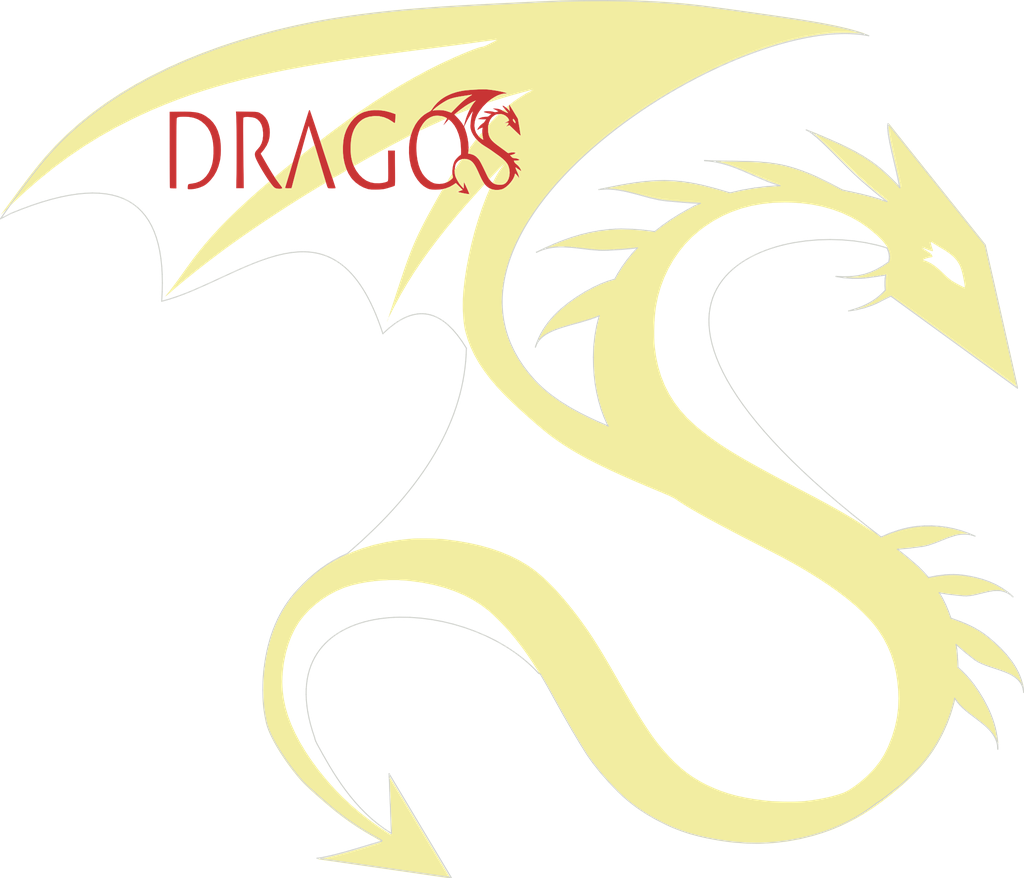
<source format=kicad_pcb>
(kicad_pcb (version 4) (host pcbnew 4.0.7)
  (layers (0 F.Cu signal) (31 B.Cu signal) (34 B.Paste user) (35 F.Paste user) (36 B.SilkS user) (37 F.SilkS user) (38 B.Mask user) (39 F.Mask user) (44 Edge.Cuts user))
  (net 0 "")
  (module LOGO (layer F.Cu) (at 0 0)
    (fp_text reference "G***" hide)
    (fp_text value "LOGO" hide)
  )
  (module LOGO (layer F.Cu) (at 0 0)
    (fp_text reference "G***" hide)
    (fp_text value "LOGO" hide)
  )
  (module LOGO (layer F.Cu) (at 0 0)
    (fp_text reference "G***" hide)
    (fp_text value "LOGO" hide)
  )
  (module LOGO (layer F.Cu) (at 0 0)
    (fp_text reference "G***" hide)
    (fp_text value "LOGO" hide)
    (fp_poly (pts (xy -2.732638 -31.696083) (xy -2.688167 -31.693877) (xy -2.464420 -31.675000) (xy -2.210297 -31.644327) (xy -1.939624 -31.604537) (xy -1.666225 -31.558308) (xy -1.403928 -31.508317) (xy -1.166557 -31.457241) (xy -0.967937 -31.407760) (xy -0.821896 -31.362551) (xy -0.742257 -31.324291) (xy -0.733837 -31.315346) (xy -0.741692 -31.288011) (xy -0.798238 -31.295006) (xy -0.923123 -31.300588) (xy -1.101038 -31.273638) (xy -1.309495 -31.219905) (xy -1.526005 -31.145140) (xy -1.719381 -31.059507) (xy -2.195517 -30.776243) (xy -2.639416 -30.427186) (xy -3.037127 -30.025797) (xy -3.374703 -29.585540) (xy -3.552115 -29.290772) (xy -3.719480 -28.927554) (xy -3.815873 -28.583058) (xy -3.846007 -28.238058) (xy -3.841567 -28.110392) (xy -3.791719 -27.779071) (xy -3.684070 -27.497473) (xy -3.511383 -27.247408) (xy -3.487301 -27.220153) (xy -3.382152 -27.113831) (xy -3.265730 -27.011435) (xy -3.152356 -26.923226) (xy -3.056352 -26.859462) (xy -2.992040 -26.830406) (xy -2.973742 -26.846317) (xy -2.976121 -26.853930) (xy -3.020064 -27.014591) (xy -3.054258 -27.225987) (xy -3.075070 -27.454407) (xy -3.078867 -27.666142) (xy -3.073265 -27.755059) (xy -3.045615 -28.024936) (xy -3.226724 -27.954735) (xy -3.355005 -27.897478) (xy -3.458734 -27.838400) (xy -3.481917 -27.821039) (xy -3.540145 -27.784042) (xy -3.551723 -27.808520) (xy -3.518409 -27.886486) (xy -3.441960 -28.009951) (xy -3.439584 -28.013445) (xy -3.271850 -28.215264) (xy -3.075745 -28.382187) (xy -2.984500 -28.438946) (xy -2.913214 -28.502703) (xy -2.831872 -28.610227) (xy -2.800019 -28.662637) (xy -2.700205 -28.840470) (xy -2.811656 -28.812498) (xy -2.911446 -28.802263) (xy -3.060743 -28.803393) (xy -3.207804 -28.813899) (xy -3.492500 -28.843273) (xy -3.280834 -28.941425) (xy -3.060830 -29.015741) (xy -2.810142 -29.041684) (xy -2.794000 -29.041885) (xy -2.636644 -29.047524) (xy -2.531020 -29.068392) (xy -2.444310 -29.115297) (xy -2.359540 -29.184969) (xy -2.200247 -29.325746) (xy -2.338374 -29.348219) (xy -2.455444 -29.372814) (xy -2.612908 -29.412749) (xy -2.730500 -29.445908) (xy -2.863875 -29.487589) (xy -2.925000 -29.514956) (xy -2.923579 -29.534948) (xy -2.878667 -29.551842) (xy -2.723220 -29.577636) (xy -2.521787 -29.585686) (xy -2.310202 -29.576931) (xy -2.124297 -29.552312) (xy -2.038583 -29.529823) (xy -1.897791 -29.492921) (xy -1.771388 -29.499064) (xy -1.688732 -29.519735) (xy -1.512275 -29.570824) (xy -1.782721 -29.712885) (xy -2.053167 -29.854947) (xy -1.743198 -29.831014) (xy -1.542073 -29.806374) (xy -1.374867 -29.759349) (xy -1.196545 -29.676288) (xy -1.150532 -29.651372) (xy -0.987821 -29.565913) (xy -0.830748 -29.490322) (xy -0.712777 -29.440686) (xy -0.710912 -29.440021) (xy -0.553989 -29.384379) (xy -0.810006 -29.688773) (xy -0.927558 -29.831479) (xy -1.026955 -29.957531) (xy -1.093219 -30.047700) (xy -1.108715 -30.072322) (xy -1.112214 -30.110060) (xy -1.063915 -30.102777) (xy -0.977670 -30.058921) (xy -0.867328 -29.986939) (xy -0.746739 -29.895278) (xy -0.629755 -29.792385) (xy -0.597181 -29.760334) (xy -0.497134 -29.661826) (xy -0.444092 -29.620296) (xy -0.427777 -29.630375) (xy -0.435148 -29.675667) (xy -0.463305 -29.813754) (xy -0.483911 -29.956703) (xy -0.495296 -30.083874) (xy -0.495790 -30.174628) (xy -0.483724 -30.208325) (xy -0.477971 -30.204834) (xy -0.443748 -30.156259) (xy -0.373844 -30.047637) (xy -0.276130 -29.891525) (xy -0.158478 -29.700482) (xy -0.046996 -29.517235) (xy 0.343431 -28.871970) (xy 0.485484 -28.056735) (xy 0.528495 -27.805171) (xy 0.564806 -27.583623) (xy 0.592428 -27.405008) (xy 0.609374 -27.282240) (xy 0.613656 -27.228236) (xy 0.613184 -27.226945) (xy 0.579824 -27.250197) (xy 0.496094 -27.323705) (xy 0.371941 -27.438307) (xy 0.217312 -27.584840) (xy 0.065302 -27.731591) (xy -0.468228 -28.250794) (xy -0.620355 -28.178249) (xy -0.721588 -28.137643) (xy -0.787190 -28.125474) (xy -0.795464 -28.128686) (xy -0.787962 -28.150695) (xy -0.777038 -28.151667) (xy -0.701917 -28.185267) (xy -0.621297 -28.264820) (xy -0.563030 -28.358463) (xy -0.550334 -28.411037) (xy -0.559369 -28.464128) (xy -0.601449 -28.483278) (xy -0.699033 -28.476058) (xy -0.730250 -28.471672) (xy -0.910167 -28.445568) (xy -0.719667 -28.542034) (xy -0.579221 -28.632648) (xy -0.541049 -28.694481) (xy -0.130843 -28.694481) (xy -0.076575 -28.599149) (xy -0.027724 -28.543250) (xy 0.052514 -28.460453) (xy 0.105070 -28.411420) (xy 0.114137 -28.405667) (xy 0.123929 -28.441920) (xy 0.127000 -28.508252) (xy 0.100354 -28.605304) (xy 0.034118 -28.719249) (xy 0.011616 -28.747963) (xy -0.103767 -28.885088) (xy -0.130245 -28.782961) (xy -0.130843 -28.694481) (xy -0.541049 -28.694481) (xy -0.520543 -28.727696) (xy -0.541527 -28.838521) (xy -0.639182 -28.975462) (xy -0.834389 -29.154384) (xy -1.052394 -29.263400) (xy -1.312500 -29.310916) (xy -1.418167 -29.314577) (xy -1.597842 -29.309061) (xy -1.729813 -29.285100) (xy -1.850443 -29.234317) (xy -1.908959 -29.201515) (xy -2.147728 -29.013053) (xy -2.330094 -28.762225) (xy -2.455322 -28.450459) (xy -2.522676 -28.079183) (xy -2.529087 -27.998689) (xy -2.523315 -27.610995) (xy -2.454895 -27.265849) (xy -2.368616 -27.051000) (xy -2.271866 -26.891264) (xy -2.140838 -26.732866) (xy -1.964732 -26.565326) (xy -1.732749 -26.378163) (xy -1.497765 -26.205904) (xy -1.297810 -26.062164) (xy -1.103934 -25.920085) (xy -0.935757 -25.794223) (xy -0.812901 -25.699132) (xy -0.793582 -25.683525) (xy -0.678004 -25.593254) (xy -0.599623 -25.550103) (xy -0.532420 -25.544868) (xy -0.459182 -25.565251) (xy -0.327677 -25.594992) (xy -0.170013 -25.608813) (xy -0.018596 -25.606163) (xy 0.094168 -25.586492) (xy 0.119156 -25.575077) (xy 0.116609 -25.542577) (xy 0.054368 -25.495358) (xy -0.046278 -25.443408) (xy -0.164040 -25.396714) (xy -0.277630 -25.365265) (xy -0.344236 -25.357667) (xy -0.397663 -25.353390) (xy -0.403268 -25.330122) (xy -0.356341 -25.272211) (xy -0.301133 -25.214452) (xy -0.197264 -25.123055) (xy -0.089666 -25.075072) (xy 0.061821 -25.052649) (xy 0.063105 -25.052542) (xy 0.218245 -25.026432) (xy 0.357786 -24.981207) (xy 0.408850 -24.954564) (xy 0.529166 -24.875280) (xy 0.359833 -24.838904) (xy 0.218895 -24.818957) (xy 0.091142 -24.816922) (xy 0.074083 -24.818765) (xy -0.010134 -24.828172) (xy -0.042334 -24.827486) (xy -0.011004 -24.723116) (xy 0.069758 -24.598438) (xy 0.180114 -24.481824) (xy 0.223788 -24.446901) (xy 0.382095 -24.305511) (xy 0.524476 -24.132365) (xy 0.628123 -23.957314) (xy 0.658358 -23.878174) (xy 0.688376 -23.774515) (xy 0.552607 -23.888758) (xy 0.460855 -23.959899) (xy 0.395353 -23.999845) (xy 0.383933 -24.003000) (xy 0.333809 -24.029243) (xy 0.253409 -24.093715) (xy 0.239014 -24.106812) (xy 0.165091 -24.171969) (xy 0.133905 -24.181252) (xy 0.127065 -24.137369) (xy 0.127000 -24.123300) (xy 0.144802 -24.044646) (xy 0.191898 -23.916035) (xy 0.258824 -23.762785) (xy 0.272631 -23.733738) (xy 0.347184 -23.567327) (xy 0.408269 -23.409747) (xy 0.443808 -23.292438) (xy 0.445640 -23.283334) (xy 0.473019 -23.135167) (xy 0.399350 -23.241000) (xy 0.272338 -23.407058) (xy 0.168527 -23.509689) (xy 0.092815 -23.545946) (xy 0.050099 -23.512882) (xy 0.042333 -23.455857) (xy 0.013509 -23.323282) (xy -0.065633 -23.149827) (xy -0.184096 -22.952997) (xy -0.330884 -22.750300) (xy -0.494999 -22.559240) (xy -0.566454 -22.486673) (xy -0.784561 -22.287967) (xy -0.975281 -22.148848) (xy -1.160055 -22.059730) (xy -1.360321 -22.011030) (xy -1.597519 -21.993163) (xy -1.672167 -21.992381) (xy -1.870339 -21.995784) (xy -2.014390 -22.010122) (xy -2.134712 -22.041198) (xy -2.261696 -22.094811) (xy -2.296136 -22.111478) (xy -2.501779 -22.229615) (xy -2.684114 -22.375021) (xy -2.851245 -22.558286) (xy -3.011277 -22.790001) (xy -3.172314 -23.080755) (xy -3.342460 -23.441136) (xy -3.381344 -23.529494) (xy -3.554349 -23.910233) (xy -3.711008 -24.217422) (xy -3.856846 -24.459301) (xy -3.997389 -24.644113) (xy -4.138161 -24.780097) (xy -4.283272 -24.874767) (xy -4.528140 -24.963338) (xy -4.790001 -24.993425) (xy -5.046278 -24.966605) (xy -5.274390 -24.884453) (xy -5.403332 -24.796535) (xy -5.541208 -24.658735) (xy -5.636554 -24.515847) (xy -5.696244 -24.348417) (xy -5.727156 -24.136994) (xy -5.736163 -23.862124) (xy -5.736167 -23.854834) (xy -5.735087 -23.648847) (xy -5.727990 -23.500832) (xy -5.709089 -23.384097) (xy -5.672600 -23.271949) (xy -5.612737 -23.137693) (xy -5.554880 -23.018419) (xy -5.323131 -22.627009) (xy -5.122438 -22.383419) (xy -4.871282 -22.119167) (xy -4.860890 -22.754167) (xy -4.668562 -22.352000) (xy -4.578348 -22.161639) (xy -4.493132 -21.978823) (xy -4.425250 -21.830156) (xy -4.398621 -21.769917) (xy -4.321009 -21.590000) (xy -4.435922 -21.595030) (xy -4.523622 -21.605448) (xy -4.671690 -21.629734) (xy -4.857708 -21.664009) (xy -5.016500 -21.695543) (xy -5.223667 -21.738376) (xy -5.351227 -21.769938) (xy -5.402216 -21.797365) (xy -5.379670 -21.827794) (xy -5.286622 -21.868362) (xy -5.126109 -21.926206) (xy -5.116112 -21.929770) (xy -4.961723 -21.984855) (xy -5.298712 -22.321843) (xy -5.635701 -22.658832) (xy -5.812934 -22.532158) (xy -6.204878 -22.297917) (xy -6.627430 -22.135711) (xy -7.087854 -22.043532) (xy -7.593414 -22.019375) (xy -7.662334 -22.021110) (xy -7.880834 -22.030119) (xy -8.039536 -22.043610) (xy -8.163303 -22.066625) (xy -8.277002 -22.104206) (xy -8.405498 -22.161395) (xy -8.442972 -22.179408) (xy -8.755318 -22.373224) (xy -9.053177 -22.640271) (xy -9.328579 -22.969367) (xy -9.573551 -23.349327) (xy -9.780122 -23.768967) (xy -9.940321 -24.217104) (xy -9.969102 -24.320500) (xy -10.091303 -24.914347) (xy -10.150480 -25.518815) (xy -10.148525 -26.017372) (xy -9.447060 -26.017372) (xy -9.421587 -25.443747) (xy -9.349089 -24.902518) (xy -9.232148 -24.404196) (xy -9.073348 -23.959293) (xy -8.875272 -23.578320) (xy -8.831072 -23.510576) (xy -8.609067 -23.231580) (xy -8.348728 -22.983922) (xy -8.069267 -22.783051) (xy -7.789894 -22.644417) (xy -7.727195 -22.622810) (xy -7.494075 -22.577311) (xy -7.220551 -22.565852) (xy -6.943252 -22.587344) (xy -6.698809 -22.640699) (xy -6.658505 -22.654570) (xy -6.382254 -22.781242) (xy -6.136943 -22.939741) (xy -5.980122 -23.079909) (xy -5.918156 -23.163207) (xy -5.908545 -23.246704) (xy -5.927205 -23.327543) (xy -5.965069 -23.559051) (xy -5.967093 -23.837406) (xy -5.936917 -24.134558) (xy -5.878180 -24.422454) (xy -5.794519 -24.673042) (xy -5.737887 -24.787051) (xy -5.660951 -24.896412) (xy -5.553266 -25.022576) (xy -5.431926 -25.148647) (xy -5.314023 -25.257729) (xy -5.216649 -25.332926) (xy -5.160644 -25.357667) (xy -5.141358 -25.397178) (xy -5.130128 -25.505315) (xy -5.126327 -25.666484) (xy -5.129323 -25.865091) (xy -5.138487 -26.085543) (xy -5.153189 -26.312246) (xy -5.172799 -26.529605) (xy -5.196688 -26.722026) (xy -5.221362 -26.861160) (xy -5.360716 -27.368330) (xy -5.543746 -27.822197) (xy -5.702859 -28.102963) (xy -4.840591 -28.102963) (xy -4.743698 -27.841565) (xy -4.606089 -27.410489) (xy -4.501962 -26.959188) (xy -4.435105 -26.511542) (xy -4.409305 -26.091429) (xy -4.419934 -25.800256) (xy -4.446959 -25.502012) (xy -4.197660 -25.450520) (xy -3.933062 -25.361862) (xy -3.693577 -25.206524) (xy -3.466896 -24.976180) (xy -3.431260 -24.932145) (xy -3.373456 -24.856051) (xy -3.317667 -24.774361) (xy -3.258719 -24.677209) (xy -3.191437 -24.554727) (xy -3.110646 -24.397050) (xy -3.011170 -24.194311) (xy -2.887834 -23.936642) (xy -2.735463 -23.614178) (xy -2.696069 -23.530450) (xy -2.533114 -23.210279) (xy -2.377253 -22.963175) (xy -2.219992 -22.778988) (xy -2.052840 -22.647564) (xy -1.890356 -22.567317) (xy -1.695053 -22.513960) (xy -1.471090 -22.485754) (xy -1.251335 -22.484350) (xy -1.068650 -22.511402) (xy -1.029340 -22.524027) (xy -0.834862 -22.640679) (xy -0.672377 -22.823457) (xy -0.547639 -23.057989) (xy -0.466401 -23.329904) (xy -0.434419 -23.624829) (xy -0.457447 -23.928392) (xy -0.460408 -23.944970) (xy -0.504363 -24.128373) (xy -0.564367 -24.311451) (xy -0.611474 -24.421220) (xy -0.719041 -24.584042) (xy -0.885314 -24.774316) (xy -1.095465 -24.977528) (xy -1.334668 -25.179161) (xy -1.545167 -25.335280) (xy -1.733477 -25.467520) (xy -1.944830 -25.617963) (xy -2.134159 -25.754524) (xy -2.137834 -25.757201) (xy -2.317749 -25.882285) (xy -2.532463 -26.022756) (xy -2.742660 -26.153074) (xy -2.794000 -26.183475) (xy -3.145364 -26.419458) (xy -3.461964 -26.692198) (xy -3.735147 -26.990462) (xy -3.956258 -27.303015) (xy -4.116644 -27.618623) (xy -4.207649 -27.926050) (xy -4.222170 -28.037519) (xy -4.223542 -28.228837) (xy -4.205176 -28.474875) (xy -4.170693 -28.748974) (xy -4.123714 -29.024474) (xy -4.067860 -29.274714) (xy -4.041036 -29.371179) (xy -4.009584 -29.487418) (xy -3.995372 -29.564492) (xy -3.996812 -29.580257) (xy -4.026931 -29.556696) (xy -4.088973 -29.472482) (xy -4.174590 -29.341434) (xy -4.275433 -29.177375) (xy -4.383152 -28.994125) (xy -4.489398 -28.805506) (xy -4.585822 -28.625337) (xy -4.645603 -28.506280) (xy -4.840591 -28.102963) (xy -5.702859 -28.102963) (xy -5.766629 -28.215489) (xy -6.025539 -28.540935) (xy -6.182818 -28.689140) (xy -6.319126 -28.803836) (xy -6.567948 -28.530668) (xy -6.816771 -28.257500) (xy -6.646886 -28.563119) (xy -6.568686 -28.706237) (xy -6.509495 -28.819215) (xy -6.479069 -28.883260) (xy -6.477000 -28.890342) (xy -6.513996 -28.928164) (xy -6.610122 -28.979745) (xy -6.743084 -29.035628) (xy -6.890590 -29.086361) (xy -7.018834 -29.120118) (xy -7.399278 -29.164748) (xy -7.751957 -29.130005) (xy -8.081327 -29.014629) (xy -8.391841 -28.817355) (xy -8.539858 -28.689091) (xy -8.817714 -28.369669) (xy -9.047499 -27.985095) (xy -9.227217 -27.541253) (xy -9.354871 -27.044024) (xy -9.428463 -26.499290) (xy -9.447060 -26.017372) (xy -10.148525 -26.017372) (xy -10.148114 -26.121888) (xy -10.085690 -26.711548) (xy -9.964692 -27.275779) (xy -9.786602 -27.802563) (xy -9.552905 -28.279883) (xy -9.462170 -28.427045) (xy -9.242236 -28.719397) (xy -8.980977 -28.994957) (xy -8.699751 -29.233905) (xy -8.637505 -29.274504) (xy -5.791978 -29.274504) (xy -5.467739 -28.933564) (xy -5.318512 -28.768511) (xy -5.177719 -28.598541) (xy -5.064977 -28.448027) (xy -5.016500 -28.372986) (xy -4.945567 -28.256386) (xy -4.890203 -28.176416) (xy -4.866083 -28.152507) (xy -4.846820 -28.190427) (xy -4.814122 -28.293072) (xy -4.773354 -28.442619) (xy -4.747577 -28.546099) (xy -4.657069 -28.861220) (xy -4.535423 -29.196888) (xy -4.391397 -29.534766) (xy -4.233752 -29.856513) (xy -4.071249 -30.143794) (xy -3.912647 -30.378269) (xy -3.818708 -30.490584) (xy -3.756344 -30.564438) (xy -3.735914 -30.604577) (xy -3.739785 -30.607000) (xy -3.789776 -30.589920) (xy -3.895442 -30.544589) (xy -4.036362 -30.479869) (xy -4.075788 -30.461182) (xy -4.403404 -30.286061) (xy -4.762842 -30.057086) (xy -5.161946 -29.769067) (xy -5.395671 -29.587988) (xy -5.791978 -29.274504) (xy -8.637505 -29.274504) (xy -8.419914 -29.416422) (xy -8.365723 -29.444543) (xy -8.195259 -29.533773) (xy -8.076067 -29.614243) (xy -8.065885 -29.624427) (xy -7.895167 -29.624427) (xy -7.747000 -29.656951) (xy -7.638213 -29.671223) (xy -7.473376 -29.681722) (xy -7.281077 -29.686884) (xy -7.196667 -29.687071) (xy -6.962852 -29.679619) (xy -6.771435 -29.655919) (xy -6.580668 -29.609131) (xy -6.434667 -29.562221) (xy -6.074834 -29.439776) (xy -5.624897 -29.908427) (xy -5.432871 -30.102122) (xy -5.225599 -30.300723) (xy -5.025715 -30.483152) (xy -4.855850 -30.628332) (xy -4.827793 -30.650789) (xy -4.650208 -30.785754) (xy -4.465538 -30.917836) (xy -4.302901 -31.026510) (xy -4.240563 -31.064712) (xy -4.120598 -31.137406) (xy -4.070109 -31.176426) (xy -4.083604 -31.187454) (xy -4.127500 -31.181683) (xy -4.215276 -31.167080) (xy -4.367351 -31.143250) (xy -4.564246 -31.113192) (xy -4.786482 -31.079904) (xy -4.847167 -31.070920) (xy -5.295930 -30.998973) (xy -5.669812 -30.926126) (xy -5.978589 -30.850018) (xy -6.232034 -30.768289) (xy -6.408626 -30.693897) (xy -6.598459 -30.593758) (xy -6.820410 -30.461842) (xy -7.055631 -30.310910) (xy -7.285274 -30.153720) (xy -7.490491 -30.003031) (xy -7.652432 -29.871601) (xy -7.725834 -29.802255) (xy -7.895167 -29.624427) (xy -8.065885 -29.624427) (xy -7.981060 -29.709260) (xy -7.883151 -29.842132) (xy -7.855080 -29.883946) (xy -7.658073 -30.141917) (xy -7.410305 -30.408752) (xy -7.138206 -30.658532) (xy -6.868206 -30.865340) (xy -6.825192 -30.893859) (xy -6.428223 -31.113939) (xy -5.972431 -31.303584) (xy -5.480618 -31.454850) (xy -4.975583 -31.559798) (xy -4.868334 -31.575430) (xy -4.591221 -31.607638) (xy -4.270745 -31.636704) (xy -3.927326 -31.661520) (xy -3.581386 -31.680975) (xy -3.253344 -31.693960) (xy -2.963621 -31.699366) (xy -2.732638 -31.696083)) (layer F.Cu) (width 0.010000))
    (fp_poly (pts (xy -12.580789 -29.630429) (xy -12.071712 -29.515839) (xy -11.649526 -29.372167) (xy -11.424551 -29.282622) (xy -11.450542 -29.002895) (xy -11.467922 -28.828962) (xy -11.486365 -28.664452) (xy -11.498802 -28.567490) (xy -11.521071 -28.411814) (xy -11.736024 -28.574505) (xy -12.140242 -28.829409) (xy -12.573073 -29.006994) (xy -13.026101 -29.105548) (xy -13.490915 -29.123357) (xy -13.959101 -29.058708) (xy -14.029884 -29.041592) (xy -14.357653 -28.937358) (xy -14.629553 -28.800725) (xy -14.872729 -28.615930) (xy -15.029526 -28.461155) (xy -15.272437 -28.159433) (xy -15.464198 -27.824261) (xy -15.607967 -27.446225) (xy -15.706899 -27.015912) (xy -15.764148 -26.523909) (xy -15.778956 -26.225500) (xy -15.775717 -25.666483) (xy -15.728785 -25.169563) (xy -15.635436 -24.722743) (xy -15.492947 -24.314027) (xy -15.298595 -23.931418) (xy -15.234653 -23.827553) (xy -14.940188 -23.430803) (xy -14.614256 -23.112615) (xy -14.256977 -22.873043) (xy -13.868468 -22.712140) (xy -13.448850 -22.629962) (xy -12.998241 -22.626563) (xy -12.687026 -22.666939) (xy -12.443636 -22.718998) (xy -12.282871 -22.772546) (xy -12.213323 -22.817495) (xy -12.194272 -22.845276) (xy -12.179167 -22.887730) (xy -12.167685 -22.953582) (xy -12.159501 -23.051555) (xy -12.154291 -23.190371) (xy -12.151730 -23.378754) (xy -12.151495 -23.625427) (xy -12.153261 -23.939113) (xy -12.156704 -24.328535) (xy -12.156798 -24.338255) (xy -12.170834 -25.781047) (xy -11.842750 -25.781024) (xy -11.514667 -25.781000) (xy -11.505549 -24.267584) (xy -11.503003 -23.825292) (xy -11.501293 -23.460055) (xy -11.500579 -23.164267) (xy -11.501017 -22.930318) (xy -11.502767 -22.750601) (xy -11.505985 -22.617507) (xy -11.510831 -22.523430) (xy -11.517463 -22.460760) (xy -11.526037 -22.421889) (xy -11.536713 -22.399210) (xy -11.544562 -22.389839) (xy -11.595906 -22.365742) (xy -11.712228 -22.323918) (xy -11.877103 -22.269923) (xy -12.074106 -22.209315) (xy -12.107397 -22.199409) (xy -12.329228 -22.135628) (xy -12.507376 -22.091266) (xy -12.668781 -22.062312) (xy -12.840387 -22.044758) (xy -13.049136 -22.034593) (xy -13.250334 -22.029318) (xy -13.562712 -22.026777) (xy -13.806341 -22.035094) (xy -13.996550 -22.055147) (xy -14.115353 -22.078913) (xy -14.524149 -22.221087) (xy -14.923056 -22.434831) (xy -15.293292 -22.707517) (xy -15.616075 -23.026518) (xy -15.725666 -23.161578) (xy -15.988131 -23.572590) (xy -16.201200 -24.039928) (xy -16.363606 -24.550259) (xy -16.474082 -25.090251) (xy -16.531358 -25.646573) (xy -16.534168 -26.205891) (xy -16.481243 -26.754874) (xy -16.371317 -27.280190) (xy -16.203120 -27.768506) (xy -16.170754 -27.842231) (xy -15.962801 -28.231387) (xy -15.707351 -28.596067) (xy -15.418411 -28.919955) (xy -15.109990 -29.186735) (xy -14.895314 -29.327754) (xy -14.505494 -29.504460) (xy -14.066440 -29.623255) (xy -13.590844 -29.683963) (xy -13.091396 -29.686413) (xy -12.580789 -29.630429)) (layer F.Cu) (width 0.010000))
    (fp_poly (pts (xy -31.319810 -29.530281) (xy -30.982708 -29.508050) (xy -30.694690 -29.470971) (xy -30.444031 -29.416884) (xy -30.219008 -29.343628) (xy -30.007899 -29.249043) (xy -29.798980 -29.130967) (xy -29.726430 -29.085130) (xy -29.357551 -28.806154) (xy -29.048804 -28.482322) (xy -28.795993 -28.107015) (xy -28.594918 -27.673612) (xy -28.441382 -27.175493) (xy -28.399898 -26.993243) (xy -28.345248 -26.645048) (xy -28.313317 -26.247699) (xy -28.304178 -25.828958) (xy -28.317904 -25.416590) (xy -28.354566 -25.038358) (xy -28.394222 -24.807334) (xy -28.539774 -24.262206) (xy -28.732135 -23.780246) (xy -28.976771 -23.350731) (xy -29.279150 -22.962944) (xy -29.400374 -22.834345) (xy -29.592543 -22.649292) (xy -29.759633 -22.513234) (xy -29.926968 -22.407136) (xy -30.056667 -22.341041) (xy -30.425709 -22.196187) (xy -30.809299 -22.098878) (xy -31.175620 -22.056789) (xy -31.239774 -22.055667) (xy -31.381149 -22.057418) (xy -31.457724 -22.068961) (xy -31.489367 -22.099734) (xy -31.495944 -22.159173) (xy -31.496000 -22.177375) (xy -31.487073 -22.314227) (xy -31.470434 -22.426915) (xy -31.451805 -22.495673) (xy -31.416570 -22.536907) (xy -31.344069 -22.561269) (xy -31.213640 -22.579415) (xy -31.164228 -22.584800) (xy -30.726847 -22.664889) (xy -30.344721 -22.807408) (xy -30.013297 -23.015620) (xy -29.728021 -23.292787) (xy -29.484340 -23.642171) (xy -29.361656 -23.876262) (xy -29.229298 -24.188669) (xy -29.132467 -24.500482) (xy -29.066156 -24.834679) (xy -29.025358 -25.214236) (xy -29.010456 -25.488208) (xy -29.012273 -26.113196) (xy -29.069044 -26.675297) (xy -29.181363 -27.176537) (xy -29.349827 -27.618941) (xy -29.575031 -28.004537) (xy -29.843047 -28.321047) (xy -30.176399 -28.604800) (xy -30.536400 -28.816702) (xy -30.932209 -28.960293) (xy -31.372991 -29.039113) (xy -31.750000 -29.057897) (xy -32.030679 -29.056028) (xy -32.238248 -29.046897) (xy -32.384138 -29.027818) (xy -32.479784 -28.996102) (xy -32.536616 -28.949064) (xy -32.566067 -28.884017) (xy -32.570401 -28.865081) (xy -32.574563 -28.802647) (xy -32.578521 -28.662315) (xy -32.582224 -28.450853) (xy -32.585621 -28.175027) (xy -32.588658 -27.841608) (xy -32.591286 -27.457361) (xy -32.593451 -27.029056) (xy -32.595101 -26.563460) (xy -32.596186 -26.067342) (xy -32.596653 -25.547468) (xy -32.596667 -25.437042) (xy -32.596667 -22.140334) (xy -32.890502 -22.140334) (xy -33.040000 -22.145223) (xy -33.153217 -22.158063) (xy -33.206398 -22.176116) (xy -33.206886 -22.176818) (xy -33.210309 -22.223702) (xy -33.213652 -22.349074) (xy -33.216872 -22.546754) (xy -33.219924 -22.810562) (xy -33.222766 -23.134321) (xy -33.225354 -23.511851) (xy -33.227645 -23.936972) (xy -33.229594 -24.403506) (xy -33.231160 -24.905272) (xy -33.232297 -25.436093) (xy -33.232863 -25.870402) (xy -33.236292 -29.527500) (xy -32.188154 -29.538842) (xy -31.717717 -29.539825) (xy -31.319810 -29.530281)) (layer F.Cu) (width 0.010000))
    (fp_poly (pts (xy -25.814129 -29.541405) (xy -25.492117 -29.536777) (xy -25.242518 -29.531891) (xy -25.053083 -29.525537) (xy -24.911562 -29.516509) (xy -24.805709 -29.503599) (xy -24.723273 -29.485599) (xy -24.652007 -29.461300) (xy -24.579660 -29.429496) (xy -24.553334 -29.417088) (xy -24.261153 -29.232767) (xy -24.016586 -28.982777) (xy -23.823004 -28.673636) (xy -23.683782 -28.311863) (xy -23.602293 -27.903979) (xy -23.580919 -27.537834) (xy -23.612095 -27.090418) (xy -23.709183 -26.680571) (xy -23.877518 -26.293924) (xy -24.122436 -25.916107) (xy -24.236775 -25.771766) (xy -24.468332 -25.492797) (xy -23.975507 -24.631482) (xy -23.662668 -24.093581) (xy -23.379742 -23.626225) (xy -23.122323 -23.222561) (xy -22.886003 -22.875733) (xy -22.666376 -22.578888) (xy -22.608665 -22.505540) (xy -22.484813 -22.345231) (xy -22.412381 -22.237148) (xy -22.385608 -22.171074) (xy -22.398737 -22.136790) (xy -22.400267 -22.135771) (xy -22.499313 -22.106617) (xy -22.648903 -22.098408) (xy -22.817995 -22.109460) (xy -22.975546 -22.138092) (xy -23.071667 -22.172150) (xy -23.167686 -22.246942) (xy -23.295911 -22.386685) (xy -23.449915 -22.580989) (xy -23.623274 -22.819467) (xy -23.809564 -23.091727) (xy -24.002360 -23.387380) (xy -24.195237 -23.696038) (xy -24.381771 -24.007310) (xy -24.555536 -24.310807) (xy -24.710109 -24.596140) (xy -24.839064 -24.852919) (xy -24.935977 -25.070755) (xy -24.994423 -25.239258) (xy -25.007271 -25.302231) (xy -25.016735 -25.464056) (xy -24.992012 -25.595655) (xy -24.922857 -25.721668) (xy -24.799022 -25.866739) (xy -24.752618 -25.914675) (xy -24.527916 -26.187123) (xy -24.367173 -26.487610) (xy -24.266827 -26.826913) (xy -24.223319 -27.215807) (xy -24.224371 -27.513781) (xy -24.270647 -27.923706) (xy -24.372618 -28.272029) (xy -24.529752 -28.557732) (xy -24.741519 -28.779800) (xy -24.954044 -28.912962) (xy -25.091788 -28.961277) (xy -25.272027 -28.999142) (xy -25.474634 -29.025380) (xy -25.679481 -29.038813) (xy -25.866440 -29.038264) (xy -26.015384 -29.022555) (xy -26.106187 -28.990509) (xy -26.116511 -28.980970) (xy -26.127957 -28.956846) (xy -26.137563 -28.910578) (xy -26.145373 -28.836568) (xy -26.151430 -28.729216) (xy -26.155781 -28.582924) (xy -26.158468 -28.392092) (xy -26.159537 -28.151121) (xy -26.159032 -27.854412) (xy -26.156997 -27.496367) (xy -26.153477 -27.071387) (xy -26.148516 -26.573871) (xy -26.142158 -25.998222) (xy -26.140979 -25.895406) (xy -26.135126 -25.387055) (xy -26.129473 -24.895475) (xy -26.124111 -24.428494) (xy -26.119127 -23.993938) (xy -26.114613 -23.599635) (xy -26.110658 -23.253411) (xy -26.107351 -22.963095) (xy -26.104781 -22.736512) (xy -26.103038 -22.581491) (xy -26.102376 -22.521334) (xy -26.098500 -22.161500) (xy -26.810774 -22.161500) (xy -26.793304 -23.219834) (xy -26.788395 -23.575818) (xy -26.784526 -23.978315) (xy -26.781665 -24.417713) (xy -26.779782 -24.884403) (xy -26.778846 -25.368772) (xy -26.778825 -25.861210) (xy -26.779687 -26.352105) (xy -26.781402 -26.831848) (xy -26.783938 -27.290826) (xy -26.787265 -27.719430) (xy -26.791350 -28.108047) (xy -26.796163 -28.447067) (xy -26.801673 -28.726880) (xy -26.807848 -28.937873) (xy -26.812194 -29.033405) (xy -26.842091 -29.555309) (xy -25.814129 -29.541405)) (layer F.Cu) (width 0.010000))
    (fp_poly (pts (xy -19.710983 -29.649946) (xy -19.669846 -29.532889) (xy -19.606667 -29.348555) (xy -19.523628 -29.103527) (xy -19.422914 -28.804388) (xy -19.306707 -28.457722) (xy -19.177190 -28.070111) (xy -19.036546 -27.648139) (xy -18.886958 -27.198388) (xy -18.730609 -26.727442) (xy -18.569683 -26.241883) (xy -18.406363 -25.748295) (xy -18.242830 -25.253261) (xy -18.081269 -24.763363) (xy -17.923863 -24.285185) (xy -17.772795 -23.825310) (xy -17.630247 -23.390321) (xy -17.498403 -22.986801) (xy -17.379445 -22.621332) (xy -17.275558 -22.300499) (xy -17.247811 -22.214417) (xy -17.244213 -22.178473) (xy -17.271798 -22.156418) (xy -17.345649 -22.144944) (xy -17.480850 -22.140743) (xy -17.585561 -22.140334) (xy -17.761393 -22.141633) (xy -17.872181 -22.149143) (xy -17.937542 -22.168280) (xy -17.977094 -22.204461) (xy -18.007189 -22.256750) (xy -18.032908 -22.323521) (xy -18.079274 -22.461485) (xy -18.143138 -22.660581) (xy -18.221353 -22.910748) (xy -18.310768 -23.201925) (xy -18.408236 -23.524051) (xy -18.500702 -23.833667) (xy -18.613688 -24.213197) (xy -18.733570 -24.613828) (xy -18.857930 -25.027636) (xy -18.984346 -25.446696) (xy -19.110398 -25.863083) (xy -19.233666 -26.268871) (xy -19.351730 -26.656135) (xy -19.462169 -27.016952) (xy -19.562564 -27.343394) (xy -19.650494 -27.627539) (xy -19.723539 -27.861459) (xy -19.779278 -28.037232) (xy -19.815292 -28.146930) (xy -19.828822 -28.182599) (xy -19.844739 -28.148260) (xy -19.880452 -28.039467) (xy -19.933904 -27.863568) (xy -20.003041 -27.627907) (xy -20.085807 -27.339831) (xy -20.180148 -27.006686) (xy -20.284008 -26.635818) (xy -20.395332 -26.234572) (xy -20.512066 -25.810294) (xy -20.632154 -25.370330) (xy -20.753541 -24.922027) (xy -20.874173 -24.472729) (xy -20.991993 -24.029784) (xy -21.015858 -23.939500) (xy -21.485314 -22.161500) (xy -21.791657 -22.149063) (xy -21.964088 -22.146819) (xy -22.062747 -22.158219) (xy -22.097627 -22.184555) (xy -22.098000 -22.188737) (xy -22.085814 -22.234665) (xy -22.050683 -22.354501) (xy -21.994750 -22.541287) (xy -21.920160 -22.788065) (xy -21.829054 -23.087878) (xy -21.723576 -23.433770) (xy -21.605868 -23.818782) (xy -21.478075 -24.235958) (xy -21.342339 -24.678339) (xy -21.200804 -25.138970) (xy -21.055611 -25.610893) (xy -20.908905 -26.087149) (xy -20.762829 -26.560783) (xy -20.619525 -27.024836) (xy -20.481136 -27.472352) (xy -20.349807 -27.896373) (xy -20.227679 -28.289942) (xy -20.116896 -28.646102) (xy -20.019601 -28.957895) (xy -19.937937 -29.218364) (xy -19.874048 -29.420551) (xy -19.830075 -29.557501) (xy -19.808439 -29.621536) (xy -19.765851 -29.692352) (xy -19.727895 -29.693144) (xy -19.710983 -29.649946)) (layer F.Cu) (width 0.010000))
  )
  (module LOGO (layer F.Cu) (at 0 0)
    (fp_text reference "G***" hide)
    (fp_text value "LOGO" hide)
  )
  (module LOGO (layer F.Cu) (at 0 0)
    (fp_text reference "G***" hide)
    (fp_text value "LOGO" hide)
  )
  (gr_line (start 49.141270 26.503992) (end 49.117570 26.304751) (layer Edge.Cuts) (width 0.1))
  (gr_line (start 49.117570 26.304751) (end 49.078270 26.118516) (layer Edge.Cuts) (width 0.1))
  (gr_line (start 49.078270 26.118516) (end 49.024170 25.944640) (layer Edge.Cuts) (width 0.1))
  (gr_line (start 49.024170 25.944640) (end 48.955970 25.782481) (layer Edge.Cuts) (width 0.1))
  (gr_line (start 48.955970 25.782481) (end 48.874470 25.631390) (layer Edge.Cuts) (width 0.1))
  (gr_line (start 48.874470 25.631390) (end 48.780370 25.490722) (layer Edge.Cuts) (width 0.1))
  (gr_line (start 48.780370 25.490722) (end 48.557690 25.238064) (layer Edge.Cuts) (width 0.1))
  (gr_line (start 48.557690 25.238064) (end 48.294040 25.019346) (layer Edge.Cuts) (width 0.1))
  (gr_line (start 48.294040 25.019346) (end 47.995580 24.829396) (layer Edge.Cuts) (width 0.1))
  (gr_line (start 47.995580 24.829396) (end 47.668460 24.663045) (layer Edge.Cuts) (width 0.1))
  (gr_line (start 47.668460 24.663045) (end 47.318800 24.515124) (layer Edge.Cuts) (width 0.1))
  (gr_line (start 47.318800 24.515124) (end 46.576490 24.253905) (layer Edge.Cuts) (width 0.1))
  (gr_line (start 46.576490 24.253905) (end 45.817790 24.004385) (layer Edge.Cuts) (width 0.1))
  (gr_line (start 45.817790 24.004385) (end 45.447660 23.871093) (layer Edge.Cuts) (width 0.1))
  (gr_line (start 45.447660 23.871093) (end 45.091860 23.725221) (layer Edge.Cuts) (width 0.1))
  (gr_line (start 45.091860 23.725221) (end 44.756540 23.561600) (layer Edge.Cuts) (width 0.1))
  (gr_line (start 44.756540 23.561600) (end 44.447843 23.375062) (layer Edge.Cuts) (width 0.1))
  (gr_line (start 44.447843 23.375062) (end 43.569911 22.688528) (layer Edge.Cuts) (width 0.1))
  (gr_line (start 43.569911 22.688528) (end 42.617086 21.877169) (layer Edge.Cuts) (width 0.1))
  (gr_line (start 42.617086 21.877169) (end 42.685226 22.407674) (layer Edge.Cuts) (width 0.1))
  (gr_line (start 42.685226 22.407674) (end 42.737766 22.950659) (layer Edge.Cuts) (width 0.1))
  (gr_line (start 42.737766 22.950659) (end 42.771566 23.506127) (layer Edge.Cuts) (width 0.1))
  (gr_line (start 42.771566 23.506127) (end 42.783516 24.074077) (layer Edge.Cuts) (width 0.1))
  (gr_line (start 42.783516 24.074077) (end 43.201157 24.461034) (layer Edge.Cuts) (width 0.1))
  (gr_line (start 43.201157 24.461034) (end 43.603195 24.872954) (layer Edge.Cuts) (width 0.1))
  (gr_line (start 43.603195 24.872954) (end 43.986509 25.309840) (layer Edge.Cuts) (width 0.1))
  (gr_line (start 43.986509 25.309840) (end 44.347980 25.771688) (layer Edge.Cuts) (width 0.1))
  (gr_line (start 44.347980 25.771688) (end 44.820752 26.461019) (layer Edge.Cuts) (width 0.1))
  (gr_line (start 44.820752 26.461019) (end 45.259200 27.179604) (layer Edge.Cuts) (width 0.1))
  (gr_line (start 45.259200 27.179604) (end 45.653960 27.925494) (layer Edge.Cuts) (width 0.1))
  (gr_line (start 45.653960 27.925494) (end 45.832030 28.308070) (layer Edge.Cuts) (width 0.1))
  (gr_line (start 45.832030 28.308070) (end 45.995660 28.696740) (layer Edge.Cuts) (width 0.1))
  (gr_line (start 45.995660 28.696740) (end 46.143700 29.091261) (layer Edge.Cuts) (width 0.1))
  (gr_line (start 46.143700 29.091261) (end 46.274960 29.491388) (layer Edge.Cuts) (width 0.1))
  (gr_line (start 46.274960 29.491388) (end 46.388270 29.896881) (layer Edge.Cuts) (width 0.1))
  (gr_line (start 46.388270 29.896881) (end 46.482470 30.307493) (layer Edge.Cuts) (width 0.1))
  (gr_line (start 46.482470 30.307493) (end 46.556370 30.722981) (layer Edge.Cuts) (width 0.1))
  (gr_line (start 46.556370 30.722981) (end 46.608870 31.143101) (layer Edge.Cuts) (width 0.1))
  (gr_line (start 46.608870 31.143101) (end 46.638670 31.567609) (layer Edge.Cuts) (width 0.1))
  (gr_line (start 46.638670 31.567609) (end 46.644670 31.996263) (layer Edge.Cuts) (width 0.1))
  (gr_line (start 46.644670 31.996263) (end 46.636670 31.794332) (layer Edge.Cuts) (width 0.1))
  (gr_line (start 46.636670 31.794332) (end 46.613870 31.600197) (layer Edge.Cuts) (width 0.1))
  (gr_line (start 46.613870 31.600197) (end 46.526270 31.233728) (layer Edge.Cuts) (width 0.1))
  (gr_line (start 46.526270 31.233728) (end 46.387740 30.893687) (layer Edge.Cuts) (width 0.1))
  (gr_line (start 46.387740 30.893687) (end 46.204450 30.576906) (layer Edge.Cuts) (width 0.1))
  (gr_line (start 46.204450 30.576906) (end 45.982550 30.280212) (layer Edge.Cuts) (width 0.1))
  (gr_line (start 45.982550 30.280212) (end 45.728170 30.000438) (layer Edge.Cuts) (width 0.1))
  (gr_line (start 45.728170 30.000438) (end 45.447460 29.734414) (layer Edge.Cuts) (width 0.1))
  (gr_line (start 45.447460 29.734414) (end 45.146570 29.478972) (layer Edge.Cuts) (width 0.1))
  (gr_line (start 45.146570 29.478972) (end 44.508793 28.987152) (layer Edge.Cuts) (width 0.1))
  (gr_line (start 44.508793 28.987152) (end 43.863997 28.499621) (layer Edge.Cuts) (width 0.1))
  (gr_line (start 43.863997 28.499621) (end 43.554327 28.249542) (layer Edge.Cuts) (width 0.1))
  (gr_line (start 43.554327 28.249542) (end 43.261330 27.991027) (layer Edge.Cuts) (width 0.1))
  (gr_line (start 43.261330 27.991027) (end 42.991153 27.720907) (layer Edge.Cuts) (width 0.1))
  (gr_line (start 42.991153 27.720907) (end 42.749941 27.436014) (layer Edge.Cuts) (width 0.1))
  (gr_line (start 42.749941 27.436014) (end 42.629279 27.252938) (layer Edge.Cuts) (width 0.1))
  (gr_line (start 42.629279 27.252938) (end 42.483653 27.069863) (layer Edge.Cuts) (width 0.1))
  (gr_line (start 42.483653 27.069863) (end 42.346346 27.642494) (layer Edge.Cuts) (width 0.1))
  (gr_line (start 42.346346 27.642494) (end 42.184075 28.212006) (layer Edge.Cuts) (width 0.1))
  (gr_line (start 42.184075 28.212006) (end 41.996838 28.778395) (layer Edge.Cuts) (width 0.1))
  (gr_line (start 41.996838 28.778395) (end 41.784637 29.341665) (layer Edge.Cuts) (width 0.1))
  (gr_line (start 41.784637 29.341665) (end 41.547470 29.901814) (layer Edge.Cuts) (width 0.1))
  (gr_line (start 41.547470 29.901814) (end 41.285340 30.458843) (layer Edge.Cuts) (width 0.1))
  (gr_line (start 41.285340 30.458843) (end 40.998244 31.012751) (layer Edge.Cuts) (width 0.1))
  (gr_line (start 40.998244 31.012751) (end 40.686183 31.563539) (layer Edge.Cuts) (width 0.1))
  (gr_line (start 40.686183 31.563539) (end 40.213411 32.297011) (layer Edge.Cuts) (width 0.1))
  (gr_line (start 40.213411 32.297011) (end 39.693829 33.000058) (layer Edge.Cuts) (width 0.1))
  (gr_line (start 39.693829 33.000058) (end 39.127439 33.673460) (layer Edge.Cuts) (width 0.1))
  (gr_line (start 39.127439 33.673460) (end 38.514239 34.317996) (layer Edge.Cuts) (width 0.1))
  (gr_line (start 38.514239 34.317996) (end 37.854231 34.934446) (layer Edge.Cuts) (width 0.1))
  (gr_line (start 37.854231 34.934446) (end 37.214231 35.506885) (layer Edge.Cuts) (width 0.1))
  (gr_line (start 37.214231 35.506885) (end 36.477309 36.069506) (layer Edge.Cuts) (width 0.1))
  (gr_line (start 36.477309 36.069506) (end 35.896756 36.534090) (layer Edge.Cuts) (width 0.1))
  (gr_line (start 35.896756 36.534090) (end 35.494949 36.839618) (layer Edge.Cuts) (width 0.1))
  (gr_line (start 35.494949 36.839618) (end 34.966110 37.184332) (layer Edge.Cuts) (width 0.1))
  (gr_line (start 34.966110 37.184332) (end 34.307662 37.677847) (layer Edge.Cuts) (width 0.1))
  (gr_line (start 34.307662 37.677847) (end 33.618007 38.153741) (layer Edge.Cuts) (width 0.1))
  (gr_line (start 33.618007 38.153741) (end 32.897148 38.595306) (layer Edge.Cuts) (width 0.1))
  (gr_line (start 32.897148 38.595306) (end 32.145080 39.002546) (layer Edge.Cuts) (width 0.1))
  (gr_line (start 32.145080 39.002546) (end 31.361806 39.375458) (layer Edge.Cuts) (width 0.1))
  (gr_line (start 31.361806 39.375458) (end 30.547328 39.714044) (layer Edge.Cuts) (width 0.1))
  (gr_line (start 30.547328 39.714044) (end 29.701643 40.018303) (layer Edge.Cuts) (width 0.1))
  (gr_line (start 29.701643 40.018303) (end 28.662546 40.328676) (layer Edge.Cuts) (width 0.1))
  (gr_line (start 28.662546 40.328676) (end 27.617599 40.585214) (layer Edge.Cuts) (width 0.1))
  (gr_line (start 27.617599 40.585214) (end 26.567189 40.787143) (layer Edge.Cuts) (width 0.1))
  (gr_line (start 26.567189 40.787143) (end 25.511708 40.933682) (layer Edge.Cuts) (width 0.1))
  (gr_line (start 25.511708 40.933682) (end 24.451546 41.024052) (layer Edge.Cuts) (width 0.1))
  (gr_line (start 24.451546 41.024052) (end 23.387094 41.057462) (layer Edge.Cuts) (width 0.1))
  (gr_line (start 23.387094 41.057462) (end 22.318740 41.033142) (layer Edge.Cuts) (width 0.1))
  (gr_line (start 22.318740 41.033142) (end 21.246877 40.950322) (layer Edge.Cuts) (width 0.1))
  (gr_line (start 21.246877 40.950322) (end 20.324867 40.837850) (layer Edge.Cuts) (width 0.1))
  (gr_line (start 20.324867 40.837850) (end 19.431723 40.699632) (layer Edge.Cuts) (width 0.1))
  (gr_line (start 19.431723 40.699632) (end 18.568225 40.534890) (layer Edge.Cuts) (width 0.1))
  (gr_line (start 18.568225 40.534890) (end 17.735152 40.342843) (layer Edge.Cuts) (width 0.1))
  (gr_line (start 17.735152 40.342843) (end 16.933286 40.122710) (layer Edge.Cuts) (width 0.1))
  (gr_line (start 16.933286 40.122710) (end 16.163406 39.873711) (layer Edge.Cuts) (width 0.1))
  (gr_line (start 16.163406 39.873711) (end 15.426292 39.595067) (layer Edge.Cuts) (width 0.1))
  (gr_line (start 15.426292 39.595067) (end 14.722724 39.285997) (layer Edge.Cuts) (width 0.1))
  (gr_line (start 14.722724 39.285997) (end 14.047307 38.952092) (layer Edge.Cuts) (width 0.1))
  (gr_line (start 14.047307 38.952092) (end 13.394905 38.599463) (layer Edge.Cuts) (width 0.1))
  (gr_line (start 13.394905 38.599463) (end 12.766688 38.228110) (layer Edge.Cuts) (width 0.1))
  (gr_line (start 12.766688 38.228110) (end 12.163825 37.838035) (layer Edge.Cuts) (width 0.1))
  (gr_line (start 12.163825 37.838035) (end 11.587488 37.429235) (layer Edge.Cuts) (width 0.1))
  (gr_line (start 11.587488 37.429235) (end 11.038846 37.001711) (layer Edge.Cuts) (width 0.1))
  (gr_line (start 11.038846 37.001711) (end 10.519069 36.555465) (layer Edge.Cuts) (width 0.1))
  (gr_line (start 10.519069 36.555465) (end 10.029328 36.090494) (layer Edge.Cuts) (width 0.1))
  (gr_line (start 10.029328 36.090494) (end 9.124873 35.148590) (layer Edge.Cuts) (width 0.1))
  (gr_line (start 9.124873 35.148590) (end 8.310914 34.222289) (layer Edge.Cuts) (width 0.1))
  (gr_line (start 8.310914 34.222289) (end 7.590573 33.314712) (layer Edge.Cuts) (width 0.1))
  (gr_line (start 7.590573 33.314712) (end 7.266485 32.868921) (layer Edge.Cuts) (width 0.1))
  (gr_line (start 7.266485 32.868921) (end 6.966972 32.428980) (layer Edge.Cuts) (width 0.1))
  (gr_line (start 6.966972 32.428980) (end 6.337128 31.417384) (layer Edge.Cuts) (width 0.1))
  (gr_line (start 6.337128 31.417384) (end 5.598065 30.177981) (layer Edge.Cuts) (width 0.1))
  (gr_line (start 5.598065 30.177981) (end 4.752900 28.707654) (layer Edge.Cuts) (width 0.1))
  (gr_line (start 4.752900 28.707654) (end 3.804755 27.003282) (layer Edge.Cuts) (width 0.1))
  (gr_line (start 3.804755 27.003282) (end 3.166233 25.838897) (layer Edge.Cuts) (width 0.1))
  (gr_line (start 3.166233 25.838897) (end 2.524968 24.738371) (layer Edge.Cuts) (width 0.1))
  (gr_line (start 2.524968 24.738371) (end 2.342466 24.662531) (layer Edge.Cuts) (width 0.1))
  (gr_line (start 2.342466 24.662531) (end 1.991496 24.291425) (layer Edge.Cuts) (width 0.1))
  (gr_line (start 1.991496 24.291425) (end 1.623765 23.932271) (layer Edge.Cuts) (width 0.1))
  (gr_line (start 1.623765 23.932271) (end 1.240106 23.585209) (layer Edge.Cuts) (width 0.1))
  (gr_line (start 1.240106 23.585209) (end 0.841348 23.250379) (layer Edge.Cuts) (width 0.1))
  (gr_line (start 0.841348 23.250379) (end 0.428325 22.927924) (layer Edge.Cuts) (width 0.1))
  (gr_line (start 0.428325 22.927924) (end 0.001870 22.617983) (layer Edge.Cuts) (width 0.1))
  (gr_line (start 0.001870 22.617983) (end -0.437189 22.320697) (layer Edge.Cuts) (width 0.1))
  (gr_line (start -0.437189 22.320697) (end -0.888018 22.036207) (layer Edge.Cuts) (width 0.1))
  (gr_line (start -0.888018 22.036207) (end -1.349787 21.764654) (layer Edge.Cuts) (width 0.1))
  (gr_line (start -1.349787 21.764654) (end -1.821662 21.506178) (layer Edge.Cuts) (width 0.1))
  (gr_line (start -1.821662 21.506178) (end -2.302812 21.260919) (layer Edge.Cuts) (width 0.1))
  (gr_line (start -2.302812 21.260919) (end -2.792405 21.029020) (layer Edge.Cuts) (width 0.1))
  (gr_line (start -2.792405 21.029020) (end -3.793598 20.605860) (layer Edge.Cuts) (width 0.1))
  (gr_line (start -3.793598 20.605860) (end -4.818585 20.237824) (layer Edge.Cuts) (width 0.1))
  (gr_line (start -4.818585 20.237824) (end -5.860714 19.926037) (layer Edge.Cuts) (width 0.1))
  (gr_line (start -5.860714 19.926037) (end -6.913329 19.671624) (layer Edge.Cuts) (width 0.1))
  (gr_line (start -6.913329 19.671624) (end -7.969777 19.475712) (layer Edge.Cuts) (width 0.1))
  (gr_line (start -7.969777 19.475712) (end -9.023409 19.339427) (layer Edge.Cuts) (width 0.1))
  (gr_line (start -9.023409 19.339427) (end -10.067565 19.263897) (layer Edge.Cuts) (width 0.1))
  (gr_line (start -10.067565 19.263897) (end -11.095596 19.250237) (layer Edge.Cuts) (width 0.1))
  (gr_line (start -11.095596 19.250237) (end -11.601484 19.266957) (layer Edge.Cuts) (width 0.1))
  (gr_line (start -11.601484 19.266957) (end -12.100847 19.299577) (layer Edge.Cuts) (width 0.1))
  (gr_line (start -12.100847 19.299577) (end -12.592850 19.348227) (layer Edge.Cuts) (width 0.1))
  (gr_line (start -12.592850 19.348227) (end -13.076663 19.413057) (layer Edge.Cuts) (width 0.1))
  (gr_line (start -13.076663 19.413057) (end -13.551454 19.494187) (layer Edge.Cuts) (width 0.1))
  (gr_line (start -13.551454 19.494187) (end -14.016392 19.591777) (layer Edge.Cuts) (width 0.1))
  (gr_line (start -14.016392 19.591777) (end -14.470646 19.705972) (layer Edge.Cuts) (width 0.1))
  (gr_line (start -14.470646 19.705972) (end -14.913382 19.836895) (layer Edge.Cuts) (width 0.1))
  (gr_line (start -14.913382 19.836895) (end -15.343771 19.984697) (layer Edge.Cuts) (width 0.1))
  (gr_line (start -15.343771 19.984697) (end -15.760977 20.149514) (layer Edge.Cuts) (width 0.1))
  (gr_line (start -15.760977 20.149514) (end -16.164173 20.331490) (layer Edge.Cuts) (width 0.1))
  (gr_line (start -16.164173 20.331490) (end -16.552525 20.530765) (layer Edge.Cuts) (width 0.1))
  (gr_line (start -16.552525 20.530765) (end -16.925201 20.747478) (layer Edge.Cuts) (width 0.1))
  (gr_line (start -16.925201 20.747478) (end -17.281370 20.981773) (layer Edge.Cuts) (width 0.1))
  (gr_line (start -17.281370 20.981773) (end -17.620203 21.233789) (layer Edge.Cuts) (width 0.1))
  (gr_line (start -17.620203 21.233789) (end -17.940863 21.503665) (layer Edge.Cuts) (width 0.1))
  (gr_line (start -17.940863 21.503665) (end -18.242521 21.791544) (layer Edge.Cuts) (width 0.1))
  (gr_line (start -18.242521 21.791544) (end -18.524347 22.097566) (layer Edge.Cuts) (width 0.1))
  (gr_line (start -18.524347 22.097566) (end -18.785506 22.421872) (layer Edge.Cuts) (width 0.1))
  (gr_line (start -18.785506 22.421872) (end -19.025169 22.764602) (layer Edge.Cuts) (width 0.1))
  (gr_line (start -19.025169 22.764602) (end -19.242502 23.125898) (layer Edge.Cuts) (width 0.1))
  (gr_line (start -19.242502 23.125898) (end -19.436675 23.505898) (layer Edge.Cuts) (width 0.1))
  (gr_line (start -19.436675 23.505898) (end -19.606855 23.904747) (layer Edge.Cuts) (width 0.1))
  (gr_line (start -19.606855 23.904747) (end -19.752212 24.322582) (layer Edge.Cuts) (width 0.1))
  (gr_line (start -19.752212 24.322582) (end -19.871918 24.759546) (layer Edge.Cuts) (width 0.1))
  (gr_line (start -19.871918 24.759546) (end -19.965128 25.215777) (layer Edge.Cuts) (width 0.1))
  (gr_line (start -19.965128 25.215777) (end -20.031028 25.691419) (layer Edge.Cuts) (width 0.1))
  (gr_line (start -20.031028 25.691419) (end -20.068768 26.186610) (layer Edge.Cuts) (width 0.1))
  (gr_line (start -20.068768 26.186610) (end -20.077568 26.701492) (layer Edge.Cuts) (width 0.1))
  (gr_line (start -20.077568 26.701492) (end -20.056508 27.236207) (layer Edge.Cuts) (width 0.1))
  (gr_line (start -20.056508 27.236207) (end -20.004818 27.790892) (layer Edge.Cuts) (width 0.1))
  (gr_line (start -20.004818 27.790892) (end -19.921638 28.365691) (layer Edge.Cuts) (width 0.1))
  (gr_line (start -19.921638 28.365691) (end -19.806147 28.960744) (layer Edge.Cuts) (width 0.1))
  (gr_line (start -19.806147 28.960744) (end -19.657523 29.576192) (layer Edge.Cuts) (width 0.1))
  (gr_line (start -19.657523 29.576192) (end -19.474927 30.212175) (layer Edge.Cuts) (width 0.1))
  (gr_line (start -19.474927 30.212175) (end -19.257524 30.868833) (layer Edge.Cuts) (width 0.1))
  (gr_line (start -19.257524 30.868833) (end -19.223654 31.022047) (layer Edge.Cuts) (width 0.1))
  (gr_line (start -19.223654 31.022047) (end -19.156324 31.206778) (layer Edge.Cuts) (width 0.1))
  (gr_line (start -19.156324 31.206778) (end -19.022332 31.485010) (layer Edge.Cuts) (width 0.1))
  (gr_line (start -19.022332 31.485010) (end -18.463357 32.499997) (layer Edge.Cuts) (width 0.1))
  (gr_line (start -18.463357 32.499997) (end -17.826439 33.603732) (layer Edge.Cuts) (width 0.1))
  (gr_line (start -17.826439 33.603732) (end -17.475804 34.177876) (layer Edge.Cuts) (width 0.1))
  (gr_line (start -17.475804 34.177876) (end -17.102145 34.761006) (layer Edge.Cuts) (width 0.1))
  (gr_line (start -17.102145 34.761006) (end -16.704284 35.348717) (layer Edge.Cuts) (width 0.1))
  (gr_line (start -16.704284 35.348717) (end -16.281043 35.936611) (layer Edge.Cuts) (width 0.1))
  (gr_line (start -16.281043 35.936611) (end -15.831241 36.520284) (layer Edge.Cuts) (width 0.1))
  (gr_line (start -15.831241 36.520284) (end -15.353700 37.095335) (layer Edge.Cuts) (width 0.1))
  (gr_line (start -15.353700 37.095335) (end -14.847241 37.657365) (layer Edge.Cuts) (width 0.1))
  (gr_line (start -14.847241 37.657365) (end -14.310686 38.201972) (layer Edge.Cuts) (width 0.1))
  (gr_line (start -14.310686 38.201972) (end -13.742855 38.724754) (layer Edge.Cuts) (width 0.1))
  (gr_line (start -13.742855 38.724754) (end -13.142567 39.221311) (layer Edge.Cuts) (width 0.1))
  (gr_line (start -13.142567 39.221311) (end -12.508646 39.687240) (layer Edge.Cuts) (width 0.1))
  (gr_line (start -12.508646 39.687240) (end -11.839913 40.118142) (layer Edge.Cuts) (width 0.1))
  (gr_line (start -11.839913 40.118142) (end -12.072918 34.359577) (layer Edge.Cuts) (width 0.1))
  (gr_line (start -12.072918 34.359577) (end -6.081349 44.378812) (layer Edge.Cuts) (width 0.1))
  (gr_line (start -6.081349 44.378812) (end -19.029793 42.514768) (layer Edge.Cuts) (width 0.1))
  (gr_line (start -19.029793 42.514768) (end -18.734628 42.481088) (layer Edge.Cuts) (width 0.1))
  (gr_line (start -18.734628 42.481088) (end -18.380122 42.420108) (layer Edge.Cuts) (width 0.1))
  (gr_line (start -18.380122 42.420108) (end -17.533463 42.231831) (layer Edge.Cuts) (width 0.1))
  (gr_line (start -17.533463 42.231831) (end -16.570559 41.981142) (layer Edge.Cuts) (width 0.1))
  (gr_line (start -16.570559 41.981142) (end -15.572161 41.699246) (layer Edge.Cuts) (width 0.1))
  (gr_line (start -15.572161 41.699246) (end -13.791853 41.166661) (layer Edge.Cuts) (width 0.1))
  (gr_line (start -13.791853 41.166661) (end -12.838507 40.883729) (layer Edge.Cuts) (width 0.1))
  (gr_line (start -12.838507 40.883729) (end -12.782187 40.861049) (layer Edge.Cuts) (width 0.1))
  (gr_line (start -12.782187 40.861049) (end -12.774887 40.828669) (layer Edge.Cuts) (width 0.1))
  (gr_line (start -12.774887 40.828669) (end -12.815637 40.783909) (layer Edge.Cuts) (width 0.1))
  (gr_line (start -12.815637 40.783909) (end -12.903537 40.724079) (layer Edge.Cuts) (width 0.1))
  (gr_line (start -12.903537 40.724079) (end -13.708133 40.280433) (layer Edge.Cuts) (width 0.1))
  (gr_line (start -13.708133 40.280433) (end -14.369246 39.898483) (layer Edge.Cuts) (width 0.1))
  (gr_line (start -14.369246 39.898483) (end -15.193023 39.381178) (layer Edge.Cuts) (width 0.1))
  (gr_line (start -15.193023 39.381178) (end -16.172047 38.707061) (layer Edge.Cuts) (width 0.1))
  (gr_line (start -16.172047 38.707061) (end -16.717464 38.304495) (layer Edge.Cuts) (width 0.1))
  (gr_line (start -16.717464 38.304495) (end -17.298913 37.854680) (layer Edge.Cuts) (width 0.1))
  (gr_line (start -17.298913 37.854680) (end -18.751040 36.606437) (layer Edge.Cuts) (width 0.1))
  (gr_line (start -18.751040 36.606437) (end -19.756396 35.710822) (layer Edge.Cuts) (width 0.1))
  (gr_line (start -19.756396 35.710822) (end -20.158239 35.334399) (layer Edge.Cuts) (width 0.1))
  (gr_line (start -20.158239 35.334399) (end -20.427844 35.058615) (layer Edge.Cuts) (width 0.1))
  (gr_line (start -20.427844 35.058615) (end -20.943850 34.451006) (layer Edge.Cuts) (width 0.1))
  (gr_line (start -20.943850 34.451006) (end -21.478968 33.767723) (layer Edge.Cuts) (width 0.1))
  (gr_line (start -21.478968 33.767723) (end -22.011748 33.032950) (layer Edge.Cuts) (width 0.1))
  (gr_line (start -22.011748 33.032950) (end -22.520732 32.270871) (layer Edge.Cuts) (width 0.1))
  (gr_line (start -22.520732 32.270871) (end -22.984469 31.505672) (layer Edge.Cuts) (width 0.1))
  (gr_line (start -22.984469 31.505672) (end -23.381504 30.761537) (layer Edge.Cuts) (width 0.1))
  (gr_line (start -23.381504 30.761537) (end -23.548303 30.404927) (layer Edge.Cuts) (width 0.1))
  (gr_line (start -23.548303 30.404927) (end -23.690379 30.062650) (layer Edge.Cuts) (width 0.1))
  (gr_line (start -23.690379 30.062650) (end -23.805053 29.737733) (layer Edge.Cuts) (width 0.1))
  (gr_line (start -23.805053 29.737733) (end -23.889643 29.433198) (layer Edge.Cuts) (width 0.1))
  (gr_line (start -23.889643 29.433198) (end -24.014331 28.838592) (layer Edge.Cuts) (width 0.1))
  (gr_line (start -24.014331 28.838592) (end -24.113281 28.227603) (layer Edge.Cuts) (width 0.1))
  (gr_line (start -24.113281 28.227603) (end -24.185711 27.599451) (layer Edge.Cuts) (width 0.1))
  (gr_line (start -24.185711 27.599451) (end -24.230821 26.953354) (layer Edge.Cuts) (width 0.1))
  (gr_line (start -24.230821 26.953354) (end -24.247851 26.288535) (layer Edge.Cuts) (width 0.1))
  (gr_line (start -24.247851 26.288535) (end -24.236021 25.604213) (layer Edge.Cuts) (width 0.1))
  (gr_line (start -24.236021 25.604213) (end -24.194541 24.899604) (layer Edge.Cuts) (width 0.1))
  (gr_line (start -24.194541 24.899604) (end -24.122641 24.173933) (layer Edge.Cuts) (width 0.1))
  (gr_line (start -24.122641 24.173933) (end -24.045781 23.600139) (layer Edge.Cuts) (width 0.1))
  (gr_line (start -24.045781 23.600139) (end -23.952491 23.039657) (layer Edge.Cuts) (width 0.1))
  (gr_line (start -23.952491 23.039657) (end -23.842725 22.492535) (layer Edge.Cuts) (width 0.1))
  (gr_line (start -23.842725 22.492535) (end -23.716428 21.958822) (layer Edge.Cuts) (width 0.1))
  (gr_line (start -23.716428 21.958822) (end -23.573554 21.438565) (layer Edge.Cuts) (width 0.1))
  (gr_line (start -23.573554 21.438565) (end -23.414053 20.931816) (layer Edge.Cuts) (width 0.1))
  (gr_line (start -23.414053 20.931816) (end -23.237877 20.438622) (layer Edge.Cuts) (width 0.1))
  (gr_line (start -23.237877 20.438622) (end -23.044977 19.959032) (layer Edge.Cuts) (width 0.1))
  (gr_line (start -23.044977 19.959032) (end -22.835303 19.493094) (layer Edge.Cuts) (width 0.1))
  (gr_line (start -22.835303 19.493094) (end -22.608807 19.040857) (layer Edge.Cuts) (width 0.1))
  (gr_line (start -22.608807 19.040857) (end -22.365441 18.602371) (layer Edge.Cuts) (width 0.1))
  (gr_line (start -22.365441 18.602371) (end -22.105155 18.177684) (layer Edge.Cuts) (width 0.1))
  (gr_line (start -22.105155 18.177684) (end -21.827901 17.766845) (layer Edge.Cuts) (width 0.1))
  (gr_line (start -21.827901 17.766845) (end -21.533630 17.369901) (layer Edge.Cuts) (width 0.1))
  (gr_line (start -21.533630 17.369901) (end -21.222292 16.986903) (layer Edge.Cuts) (width 0.1))
  (gr_line (start -21.222292 16.986903) (end -20.893840 16.617899) (layer Edge.Cuts) (width 0.1))
  (gr_line (start -20.893840 16.617899) (end -20.357837 16.055286) (layer Edge.Cuts) (width 0.1))
  (gr_line (start -20.357837 16.055286) (end -19.811787 15.530096) (layer Edge.Cuts) (width 0.1))
  (gr_line (start -19.811787 15.530096) (end -19.251234 15.040992) (layer Edge.Cuts) (width 0.1))
  (gr_line (start -19.251234 15.040992) (end -18.671715 14.586630) (layer Edge.Cuts) (width 0.1))
  (gr_line (start -18.671715 14.586630) (end -18.068767 14.165674) (layer Edge.Cuts) (width 0.1))
  (gr_line (start -18.068767 14.165674) (end -17.437934 13.776785) (layer Edge.Cuts) (width 0.1))
  (gr_line (start -17.437934 13.776785) (end -16.774753 13.418622) (layer Edge.Cuts) (width 0.1))
  (gr_line (start -16.774753 13.418622) (end -16.074763 13.089848) (layer Edge.Cuts) (width 0.1))
  (gr_line (start -16.074763 13.089848) (end -14.721411 11.891998) (layer Edge.Cuts) (width 0.1))
  (gr_line (start -14.721411 11.891998) (end -13.451790 10.688915) (layer Edge.Cuts) (width 0.1))
  (gr_line (start -13.451790 10.688915) (end -12.848460 10.085405) (layer Edge.Cuts) (width 0.1))
  (gr_line (start -12.848460 10.085405) (end -12.266163 9.480582) (layer Edge.Cuts) (width 0.1))
  (gr_line (start -12.266163 9.480582) (end -11.704930 8.874442) (layer Edge.Cuts) (width 0.1))
  (gr_line (start -11.704930 8.874442) (end -11.164795 8.266983) (layer Edge.Cuts) (width 0.1))
  (gr_line (start -11.164795 8.266983) (end -10.645790 7.658204) (layer Edge.Cuts) (width 0.1))
  (gr_line (start -10.645790 7.658204) (end -10.147948 7.048102) (layer Edge.Cuts) (width 0.1))
  (gr_line (start -10.147948 7.048102) (end -9.671302 6.436674) (layer Edge.Cuts) (width 0.1))
  (gr_line (start -9.671302 6.436674) (end -9.215886 5.823921) (layer Edge.Cuts) (width 0.1))
  (gr_line (start -9.215886 5.823921) (end -8.781733 5.209839) (layer Edge.Cuts) (width 0.1))
  (gr_line (start -8.781733 5.209839) (end -8.368874 4.594425) (layer Edge.Cuts) (width 0.1))
  (gr_line (start -8.368874 4.594425) (end -7.977343 3.977678) (layer Edge.Cuts) (width 0.1))
  (gr_line (start -7.977343 3.977678) (end -7.607174 3.359596) (layer Edge.Cuts) (width 0.1))
  (gr_line (start -7.607174 3.359596) (end -7.258398 2.740178) (layer Edge.Cuts) (width 0.1))
  (gr_line (start -7.258398 2.740178) (end -6.931050 2.119420) (layer Edge.Cuts) (width 0.1))
  (gr_line (start -6.931050 2.119420) (end -6.625161 1.497321) (layer Edge.Cuts) (width 0.1))
  (gr_line (start -6.625161 1.497321) (end -6.340765 0.873878) (layer Edge.Cuts) (width 0.1))
  (gr_line (start -6.340765 0.873878) (end -6.077893 0.249091) (layer Edge.Cuts) (width 0.1))
  (gr_line (start -6.077893 0.249091) (end -5.836583 -0.377046) (layer Edge.Cuts) (width 0.1))
  (gr_line (start -5.836583 -0.377046) (end -5.616862 -1.004529) (layer Edge.Cuts) (width 0.1))
  (gr_line (start -5.616862 -1.004529) (end -5.418767 -1.633365) (layer Edge.Cuts) (width 0.1))
  (gr_line (start -5.418767 -1.633365) (end -5.242327 -2.263556) (layer Edge.Cuts) (width 0.1))
  (gr_line (start -5.242327 -2.263556) (end -5.087579 -2.895101) (layer Edge.Cuts) (width 0.1))
  (gr_line (start -5.087579 -2.895101) (end -4.954555 -3.528004) (layer Edge.Cuts) (width 0.1))
  (gr_line (start -4.954555 -3.528004) (end -4.843291 -4.162268) (layer Edge.Cuts) (width 0.1))
  (gr_line (start -4.843291 -4.162268) (end -4.753821 -4.797892) (layer Edge.Cuts) (width 0.1))
  (gr_line (start -4.753821 -4.797892) (end -4.686161 -5.434882) (layer Edge.Cuts) (width 0.1))
  (gr_line (start -4.686161 -5.434882) (end -4.640351 -6.073235) (layer Edge.Cuts) (width 0.1))
  (gr_line (start -4.640351 -6.073235) (end -4.616431 -6.712958) (layer Edge.Cuts) (width 0.1))
  (gr_line (start -4.616431 -6.712958) (end -5.042476 -7.381273) (layer Edge.Cuts) (width 0.1))
  (gr_line (start -5.042476 -7.381273) (end -5.478106 -7.977691) (layer Edge.Cuts) (width 0.1))
  (gr_line (start -5.478106 -7.977691) (end -5.923480 -8.501027) (layer Edge.Cuts) (width 0.1))
  (gr_line (start -5.923480 -8.501027) (end -6.378756 -8.950095) (layer Edge.Cuts) (width 0.1))
  (gr_line (start -6.378756 -8.950095) (end -6.610157 -9.146407) (layer Edge.Cuts) (width 0.1))
  (gr_line (start -6.610157 -9.146407) (end -6.844093 -9.323707) (layer Edge.Cuts) (width 0.1))
  (gr_line (start -6.844093 -9.323707) (end -7.080584 -9.481847) (layer Edge.Cuts) (width 0.1))
  (gr_line (start -7.080584 -9.481847) (end -7.319649 -9.620678) (layer Edge.Cuts) (width 0.1))
  (gr_line (start -7.319649 -9.620678) (end -7.561309 -9.740043) (layer Edge.Cuts) (width 0.1))
  (gr_line (start -7.561309 -9.740043) (end -7.805582 -9.839813) (layer Edge.Cuts) (width 0.1))
  (gr_line (start -7.805582 -9.839813) (end -8.052490 -9.919823) (layer Edge.Cuts) (width 0.1))
  (gr_line (start -8.052490 -9.919823) (end -8.302052 -9.979933) (layer Edge.Cuts) (width 0.1))
  (gr_line (start -8.302052 -9.979933) (end -8.554287 -10.019993) (layer Edge.Cuts) (width 0.1))
  (gr_line (start -8.554287 -10.019993) (end -8.809214 -10.039853) (layer Edge.Cuts) (width 0.1))
  (gr_line (start -8.809214 -10.039853) (end -9.066855 -10.039367) (layer Edge.Cuts) (width 0.1))
  (gr_line (start -9.066855 -10.039367) (end -9.327229 -10.018377) (layer Edge.Cuts) (width 0.1))
  (gr_line (start -9.327229 -10.018377) (end -9.590355 -9.976747) (layer Edge.Cuts) (width 0.1))
  (gr_line (start -9.590355 -9.976747) (end -9.856254 -9.914337) (layer Edge.Cuts) (width 0.1))
  (gr_line (start -9.856254 -9.914337) (end -10.124945 -9.830977) (layer Edge.Cuts) (width 0.1))
  (gr_line (start -10.124945 -9.830977) (end -10.396447 -9.726532) (layer Edge.Cuts) (width 0.1))
  (gr_line (start -10.396447 -9.726532) (end -10.670781 -9.600850) (layer Edge.Cuts) (width 0.1))
  (gr_line (start -10.670781 -9.600850) (end -10.947967 -9.453780) (layer Edge.Cuts) (width 0.1))
  (gr_line (start -10.947967 -9.453780) (end -11.228024 -9.285176) (layer Edge.Cuts) (width 0.1))
  (gr_line (start -11.228024 -9.285176) (end -11.510972 -9.094889) (layer Edge.Cuts) (width 0.1))
  (gr_line (start -11.510972 -9.094889) (end -12.085619 -8.648672) (layer Edge.Cuts) (width 0.1))
  (gr_line (start -12.085619 -8.648672) (end -12.672068 -8.113948) (layer Edge.Cuts) (width 0.1))
  (gr_line (start -12.672068 -8.113948) (end -12.672068 -8.113948) (layer Edge.Cuts) (width 0.1))
  (gr_line (start -12.672068 -8.113948) (end -12.895702 -8.774310) (layer Edge.Cuts) (width 0.1))
  (gr_line (start -12.895702 -8.774310) (end -13.125484 -9.400418) (layer Edge.Cuts) (width 0.1))
  (gr_line (start -13.125484 -9.400418) (end -13.361285 -9.992988) (layer Edge.Cuts) (width 0.1))
  (gr_line (start -13.361285 -9.992988) (end -13.602977 -10.552740) (layer Edge.Cuts) (width 0.1))
  (gr_line (start -13.602977 -10.552740) (end -13.850430 -11.080392) (layer Edge.Cuts) (width 0.1))
  (gr_line (start -13.850430 -11.080392) (end -14.103515 -11.576661) (layer Edge.Cuts) (width 0.1))
  (gr_line (start -14.103515 -11.576661) (end -14.362107 -12.042268) (layer Edge.Cuts) (width 0.1))
  (gr_line (start -14.362107 -12.042268) (end -14.626070 -12.477928) (layer Edge.Cuts) (width 0.1))
  (gr_line (start -14.626070 -12.477928) (end -14.895280 -12.884361) (layer Edge.Cuts) (width 0.1))
  (gr_line (start -14.895280 -12.884361) (end -15.169608 -13.262286) (layer Edge.Cuts) (width 0.1))
  (gr_line (start -15.169608 -13.262286) (end -15.448924 -13.612418) (layer Edge.Cuts) (width 0.1))
  (gr_line (start -15.448924 -13.612418) (end -15.733098 -13.935477) (layer Edge.Cuts) (width 0.1))
  (gr_line (start -15.733098 -13.935477) (end -16.022003 -14.232184) (layer Edge.Cuts) (width 0.1))
  (gr_line (start -16.022003 -14.232184) (end -16.315512 -14.503252) (layer Edge.Cuts) (width 0.1))
  (gr_line (start -16.315512 -14.503252) (end -16.613490 -14.749403) (layer Edge.Cuts) (width 0.1))
  (gr_line (start -16.613490 -14.749403) (end -16.915813 -14.971355) (layer Edge.Cuts) (width 0.1))
  (gr_line (start -16.915813 -14.971355) (end -17.222350 -15.169825) (layer Edge.Cuts) (width 0.1))
  (gr_line (start -17.222350 -15.169825) (end -17.532973 -15.345531) (layer Edge.Cuts) (width 0.1))
  (gr_line (start -17.532973 -15.345531) (end -17.847553 -15.499191) (layer Edge.Cuts) (width 0.1))
  (gr_line (start -17.847553 -15.499191) (end -18.165961 -15.631525) (layer Edge.Cuts) (width 0.1))
  (gr_line (start -18.165961 -15.631525) (end -18.488068 -15.743254) (layer Edge.Cuts) (width 0.1))
  (gr_line (start -18.488068 -15.743254) (end -18.813745 -15.835094) (layer Edge.Cuts) (width 0.1))
  (gr_line (start -18.813745 -15.835094) (end -19.142864 -15.907744) (layer Edge.Cuts) (width 0.1))
  (gr_line (start -19.142864 -15.907744) (end -19.475293 -15.961954) (layer Edge.Cuts) (width 0.1))
  (gr_line (start -19.475293 -15.961954) (end -19.810908 -15.998424) (layer Edge.Cuts) (width 0.1))
  (gr_line (start -19.810908 -15.998424) (end -20.149576 -16.017884) (layer Edge.Cuts) (width 0.1))
  (gr_line (start -20.149576 -16.017884) (end -20.491170 -16.020984) (layer Edge.Cuts) (width 0.1))
  (gr_line (start -20.491170 -16.020984) (end -20.835561 -16.008534) (layer Edge.Cuts) (width 0.1))
  (gr_line (start -20.835561 -16.008534) (end -21.532216 -15.939804) (layer Edge.Cuts) (width 0.1))
  (gr_line (start -21.532216 -15.939804) (end -22.238511 -15.817368) (layer Edge.Cuts) (width 0.1))
  (gr_line (start -22.238511 -15.817368) (end -22.953415 -15.646974) (layer Edge.Cuts) (width 0.1))
  (gr_line (start -22.953415 -15.646974) (end -23.675895 -15.434365) (layer Edge.Cuts) (width 0.1))
  (gr_line (start -23.675895 -15.434365) (end -24.404921 -15.185287) (layer Edge.Cuts) (width 0.1))
  (gr_line (start -24.404921 -15.185287) (end -25.139463 -14.905483) (layer Edge.Cuts) (width 0.1))
  (gr_line (start -25.139463 -14.905483) (end -25.878488 -14.600702) (layer Edge.Cuts) (width 0.1))
  (gr_line (start -25.878488 -14.600702) (end -26.620964 -14.276687) (layer Edge.Cuts) (width 0.1))
  (gr_line (start -26.620964 -14.276687) (end -28.112148 -13.593942) (layer Edge.Cuts) (width 0.1))
  (gr_line (start -28.112148 -13.593942) (end -29.604764 -12.903217) (layer Edge.Cuts) (width 0.1))
  (gr_line (start -29.604764 -12.903217) (end -31.090563 -12.250474) (layer Edge.Cuts) (width 0.1))
  (gr_line (start -31.090563 -12.250474) (end -31.828328 -11.952711) (layer Edge.Cuts) (width 0.1))
  (gr_line (start -31.828328 -11.952711) (end -32.561295 -11.681680) (layer Edge.Cuts) (width 0.1))
  (gr_line (start -32.561295 -11.681680) (end -33.288432 -11.443127) (layer Edge.Cuts) (width 0.1))
  (gr_line (start -33.288432 -11.443127) (end -34.008708 -11.242799) (layer Edge.Cuts) (width 0.1))
  (gr_line (start -34.008708 -11.242799) (end -33.960888 -12.148206) (layer Edge.Cuts) (width 0.1))
  (gr_line (start -33.960888 -12.148206) (end -33.944568 -13.015106) (layer Edge.Cuts) (width 0.1))
  (gr_line (start -33.944568 -13.015106) (end -33.960068 -13.843127) (layer Edge.Cuts) (width 0.1))
  (gr_line (start -33.960068 -13.843127) (end -34.007678 -14.631897) (layer Edge.Cuts) (width 0.1))
  (gr_line (start -34.007678 -14.631897) (end -34.087708 -15.381040) (layer Edge.Cuts) (width 0.1))
  (gr_line (start -34.087708 -15.381040) (end -34.200469 -16.090184) (layer Edge.Cuts) (width 0.1))
  (gr_line (start -34.200469 -16.090184) (end -34.346256 -16.758957) (layer Edge.Cuts) (width 0.1))
  (gr_line (start -34.346256 -16.758957) (end -34.525382 -17.386982) (layer Edge.Cuts) (width 0.1))
  (gr_line (start -34.525382 -17.386982) (end -34.738149 -17.973889) (layer Edge.Cuts) (width 0.1))
  (gr_line (start -34.738149 -17.973889) (end -34.984866 -18.519302) (layer Edge.Cuts) (width 0.1))
  (gr_line (start -34.984866 -18.519302) (end -35.265838 -19.022849) (layer Edge.Cuts) (width 0.1))
  (gr_line (start -35.265838 -19.022849) (end -35.581368 -19.484157) (layer Edge.Cuts) (width 0.1))
  (gr_line (start -35.581368 -19.484157) (end -35.931765 -19.902851) (layer Edge.Cuts) (width 0.1))
  (gr_line (start -35.931765 -19.902851) (end -36.317333 -20.278557) (layer Edge.Cuts) (width 0.1))
  (gr_line (start -36.317333 -20.278557) (end -36.738377 -20.610905) (layer Edge.Cuts) (width 0.1))
  (gr_line (start -36.738377 -20.610905) (end -37.195203 -20.899518) (layer Edge.Cuts) (width 0.1))
  (gr_line (start -37.195203 -20.899518) (end -37.688116 -21.144026) (layer Edge.Cuts) (width 0.1))
  (gr_line (start -37.688116 -21.144026) (end -38.217424 -21.344046) (layer Edge.Cuts) (width 0.1))
  (gr_line (start -38.217424 -21.344046) (end -38.783430 -21.499218) (layer Edge.Cuts) (width 0.1))
  (gr_line (start -38.783430 -21.499218) (end -39.386440 -21.609161) (layer Edge.Cuts) (width 0.1))
  (gr_line (start -39.386440 -21.609161) (end -40.026758 -21.673511) (layer Edge.Cuts) (width 0.1))
  (gr_line (start -40.026758 -21.673511) (end -40.704693 -21.691881) (layer Edge.Cuts) (width 0.1))
  (gr_line (start -40.704693 -21.691881) (end -41.420548 -21.663901) (layer Edge.Cuts) (width 0.1))
  (gr_line (start -41.420548 -21.663901) (end -42.174629 -21.589201) (layer Edge.Cuts) (width 0.1))
  (gr_line (start -42.174629 -21.589201) (end -42.967243 -21.467407) (layer Edge.Cuts) (width 0.1))
  (gr_line (start -42.967243 -21.467407) (end -43.798694 -21.298147) (layer Edge.Cuts) (width 0.1))
  (gr_line (start -43.798694 -21.298147) (end -44.669287 -21.081043) (layer Edge.Cuts) (width 0.1))
  (gr_line (start -44.669287 -21.081043) (end -45.579330 -20.815727) (layer Edge.Cuts) (width 0.1))
  (gr_line (start -45.579330 -20.815727) (end -46.529126 -20.501821) (layer Edge.Cuts) (width 0.1))
  (gr_line (start -46.529126 -20.501821) (end -47.518982 -20.138953) (layer Edge.Cuts) (width 0.1))
  (gr_line (start -47.518982 -20.138953) (end -48.549203 -19.726749) (layer Edge.Cuts) (width 0.1))
  (gr_line (start -48.549203 -19.726749) (end -49.557393 -19.202155) (layer Edge.Cuts) (width 0.1))
  (gr_line (start -49.557393 -19.202155) (end -47.560479 -22.052600) (layer Edge.Cuts) (width 0.1))
  (gr_line (start -47.560479 -22.052600) (end -46.516635 -23.430870) (layer Edge.Cuts) (width 0.1))
  (gr_line (start -46.516635 -23.430870) (end -45.425980 -24.790415) (layer Edge.Cuts) (width 0.1))
  (gr_line (start -45.425980 -24.790415) (end -44.877255 -25.427162) (layer Edge.Cuts) (width 0.1))
  (gr_line (start -44.877255 -25.427162) (end -44.311257 -26.045648) (layer Edge.Cuts) (width 0.1))
  (gr_line (start -44.311257 -26.045648) (end -43.728656 -26.646141) (layer Edge.Cuts) (width 0.1))
  (gr_line (start -43.728656 -26.646141) (end -43.130123 -27.228911) (layer Edge.Cuts) (width 0.1))
  (gr_line (start -43.130123 -27.228911) (end -42.516328 -27.794225) (layer Edge.Cuts) (width 0.1))
  (gr_line (start -42.516328 -27.794225) (end -41.887942 -28.342350) (layer Edge.Cuts) (width 0.1))
  (gr_line (start -41.887942 -28.342350) (end -41.245635 -28.873556) (layer Edge.Cuts) (width 0.1))
  (gr_line (start -41.245635 -28.873556) (end -40.590078 -29.388112) (layer Edge.Cuts) (width 0.1))
  (gr_line (start -40.590078 -29.388112) (end -39.921940 -29.886284) (layer Edge.Cuts) (width 0.1))
  (gr_line (start -39.921940 -29.886284) (end -39.241894 -30.368341) (layer Edge.Cuts) (width 0.1))
  (gr_line (start -39.241894 -30.368341) (end -38.550608 -30.834551) (layer Edge.Cuts) (width 0.1))
  (gr_line (start -38.550608 -30.834551) (end -37.848753 -31.285182) (layer Edge.Cuts) (width 0.1))
  (gr_line (start -37.848753 -31.285182) (end -36.416020 -32.140781) (layer Edge.Cuts) (width 0.1))
  (gr_line (start -36.416020 -32.140781) (end -34.949057 -32.937284) (layer Edge.Cuts) (width 0.1))
  (gr_line (start -34.949057 -32.937284) (end -33.453230 -33.676835) (layer Edge.Cuts) (width 0.1))
  (gr_line (start -33.453230 -33.676835) (end -31.933899 -34.361581) (layer Edge.Cuts) (width 0.1))
  (gr_line (start -31.933899 -34.361581) (end -30.396430 -34.993667) (layer Edge.Cuts) (width 0.1))
  (gr_line (start -30.396430 -34.993667) (end -28.846186 -35.575238) (layer Edge.Cuts) (width 0.1))
  (gr_line (start -28.846186 -35.575238) (end -27.288531 -36.108440) (layer Edge.Cuts) (width 0.1))
  (gr_line (start -27.288531 -36.108440) (end -25.728828 -36.595418) (layer Edge.Cuts) (width 0.1))
  (gr_line (start -25.728828 -36.595418) (end -24.172440 -37.038317) (layer Edge.Cuts) (width 0.1))
  (gr_line (start -24.172440 -37.038317) (end -22.624732 -37.439282) (layer Edge.Cuts) (width 0.1))
  (gr_line (start -22.624732 -37.439282) (end -21.109448 -37.793926) (layer Edge.Cuts) (width 0.1))
  (gr_line (start -21.109448 -37.793926) (end -19.584999 -38.110733) (layer Edge.Cuts) (width 0.1))
  (gr_line (start -19.584999 -38.110733) (end -18.052358 -38.392433) (layer Edge.Cuts) (width 0.1))
  (gr_line (start -18.052358 -38.392433) (end -16.512499 -38.641757) (layer Edge.Cuts) (width 0.1))
  (gr_line (start -16.512499 -38.641757) (end -14.966400 -38.861435) (layer Edge.Cuts) (width 0.1))
  (gr_line (start -14.966400 -38.861435) (end -13.415035 -39.054197) (layer Edge.Cuts) (width 0.1))
  (gr_line (start -13.415035 -39.054197) (end -11.859380 -39.222775) (layer Edge.Cuts) (width 0.1))
  (gr_line (start -11.859380 -39.222775) (end -10.300408 -39.369898) (layer Edge.Cuts) (width 0.1))
  (gr_line (start -10.300408 -39.369898) (end -7.176419 -39.610705) (layer Edge.Cuts) (width 0.1))
  (gr_line (start -7.176419 -39.610705) (end -4.050870 -39.798462) (layer Edge.Cuts) (width 0.1))
  (gr_line (start -4.050870 -39.798462) (end 2.173705 -40.102201) (layer Edge.Cuts) (width 0.1))
  (gr_line (start 2.173705 -40.102201) (end 4.453635 -40.196471) (layer Edge.Cuts) (width 0.1))
  (gr_line (start 4.453635 -40.196471) (end 6.726152 -40.250951) (layer Edge.Cuts) (width 0.1))
  (gr_line (start 6.726152 -40.250951) (end 8.993209 -40.260151) (layer Edge.Cuts) (width 0.1))
  (gr_line (start 8.993209 -40.260151) (end 11.256757 -40.218671) (layer Edge.Cuts) (width 0.1))
  (gr_line (start 11.256757 -40.218671) (end 13.518743 -40.121021) (layer Edge.Cuts) (width 0.1))
  (gr_line (start 13.518743 -40.121021) (end 15.781119 -39.961740) (layer Edge.Cuts) (width 0.1))
  (gr_line (start 15.781119 -39.961740) (end 18.045835 -39.735366) (layer Edge.Cuts) (width 0.1))
  (gr_line (start 18.045835 -39.735366) (end 20.314842 -39.436438) (layer Edge.Cuts) (width 0.1))
  (gr_line (start 20.314842 -39.436438) (end 23.986238 -38.914256) (layer Edge.Cuts) (width 0.1))
  (gr_line (start 23.986238 -38.914256) (end 25.897416 -38.643023) (layer Edge.Cuts) (width 0.1))
  (gr_line (start 25.897416 -38.643023) (end 27.791820 -38.354627) (layer Edge.Cuts) (width 0.1))
  (gr_line (start 27.791820 -38.354627) (end 29.619132 -38.041265) (layer Edge.Cuts) (width 0.1))
  (gr_line (start 29.619132 -38.041265) (end 31.329030 -37.695138) (layer Edge.Cuts) (width 0.1))
  (gr_line (start 31.329030 -37.695138) (end 32.124224 -37.507349) (layer Edge.Cuts) (width 0.1))
  (gr_line (start 32.124224 -37.507349) (end 32.871195 -37.308442) (layer Edge.Cuts) (width 0.1))
  (gr_line (start 32.871195 -37.308442) (end 33.563653 -37.097444) (layer Edge.Cuts) (width 0.1))
  (gr_line (start 33.563653 -37.097444) (end 34.195317 -36.873372) (layer Edge.Cuts) (width 0.1))
  (gr_line (start 34.195317 -36.873372) (end 33.586224 -36.976176) (layer Edge.Cuts) (width 0.1))
  (gr_line (start 33.586224 -36.976176) (end 32.948916 -37.044766) (layer Edge.Cuts) (width 0.1))
  (gr_line (start 32.948916 -37.044766) (end 32.284922 -37.079846) (layer Edge.Cuts) (width 0.1))
  (gr_line (start 32.284922 -37.079846) (end 31.595769 -37.082146) (layer Edge.Cuts) (width 0.1))
  (gr_line (start 31.595769 -37.082146) (end 30.882986 -37.052286) (layer Edge.Cuts) (width 0.1))
  (gr_line (start 30.882986 -37.052286) (end 30.148102 -36.991016) (layer Edge.Cuts) (width 0.1))
  (gr_line (start 30.148102 -36.991016) (end 29.392643 -36.899016) (layer Edge.Cuts) (width 0.1))
  (gr_line (start 29.392643 -36.899016) (end 28.618140 -36.776999) (layer Edge.Cuts) (width 0.1))
  (gr_line (start 28.618140 -36.776999) (end 27.826120 -36.625659) (layer Edge.Cuts) (width 0.1))
  (gr_line (start 27.826120 -36.625659) (end 27.018110 -36.445695) (layer Edge.Cuts) (width 0.1))
  (gr_line (start 27.018110 -36.445695) (end 26.195642 -36.237806) (layer Edge.Cuts) (width 0.1))
  (gr_line (start 26.195642 -36.237806) (end 25.360241 -36.002689) (layer Edge.Cuts) (width 0.1))
  (gr_line (start 25.360241 -36.002689) (end 24.513436 -35.741045) (layer Edge.Cuts) (width 0.1))
  (gr_line (start 24.513436 -35.741045) (end 23.656757 -35.453571) (layer Edge.Cuts) (width 0.1))
  (gr_line (start 23.656757 -35.453571) (end 22.791729 -35.140966) (layer Edge.Cuts) (width 0.1))
  (gr_line (start 22.791729 -35.140966) (end 21.919884 -34.803929) (layer Edge.Cuts) (width 0.1))
  (gr_line (start 21.919884 -34.803929) (end 21.042747 -34.443158) (layer Edge.Cuts) (width 0.1))
  (gr_line (start 21.042747 -34.443158) (end 20.161849 -34.059351) (layer Edge.Cuts) (width 0.1))
  (gr_line (start 20.161849 -34.059351) (end 19.278718 -33.653209) (layer Edge.Cuts) (width 0.1))
  (gr_line (start 19.278718 -33.653209) (end 18.394880 -33.225428) (layer Edge.Cuts) (width 0.1))
  (gr_line (start 18.394880 -33.225428) (end 17.511866 -32.776709) (layer Edge.Cuts) (width 0.1))
  (gr_line (start 17.511866 -32.776709) (end 16.631202 -32.307749) (layer Edge.Cuts) (width 0.1))
  (gr_line (start 16.631202 -32.307749) (end 15.754417 -31.819247) (layer Edge.Cuts) (width 0.1))
  (gr_line (start 15.754417 -31.819247) (end 14.883041 -31.311903) (layer Edge.Cuts) (width 0.1))
  (gr_line (start 14.883041 -31.311903) (end 14.018601 -30.786413) (layer Edge.Cuts) (width 0.1))
  (gr_line (start 14.018601 -30.786413) (end 13.162625 -30.243477) (layer Edge.Cuts) (width 0.1))
  (gr_line (start 13.162625 -30.243477) (end 12.316642 -29.683794) (layer Edge.Cuts) (width 0.1))
  (gr_line (start 12.316642 -29.683794) (end 11.482179 -29.108061) (layer Edge.Cuts) (width 0.1))
  (gr_line (start 11.482179 -29.108061) (end 10.660766 -28.516980) (layer Edge.Cuts) (width 0.1))
  (gr_line (start 10.660766 -28.516980) (end 9.853931 -27.911246) (layer Edge.Cuts) (width 0.1))
  (gr_line (start 9.853931 -27.911246) (end 9.063201 -27.291560) (layer Edge.Cuts) (width 0.1))
  (gr_line (start 9.063201 -27.291560) (end 8.290106 -26.658620) (layer Edge.Cuts) (width 0.1))
  (gr_line (start 8.290106 -26.658620) (end 7.536173 -26.013124) (layer Edge.Cuts) (width 0.1))
  (gr_line (start 7.536173 -26.013124) (end 6.802931 -25.355771) (layer Edge.Cuts) (width 0.1))
  (gr_line (start 6.802931 -25.355771) (end 6.091908 -24.687259) (layer Edge.Cuts) (width 0.1))
  (gr_line (start 6.091908 -24.687259) (end 5.404632 -24.008289) (layer Edge.Cuts) (width 0.1))
  (gr_line (start 5.404632 -24.008289) (end 4.742632 -23.319556) (layer Edge.Cuts) (width 0.1))
  (gr_line (start 4.742632 -23.319556) (end 4.107436 -22.621763) (layer Edge.Cuts) (width 0.1))
  (gr_line (start 4.107436 -22.621763) (end 3.500572 -21.915604) (layer Edge.Cuts) (width 0.1))
  (gr_line (start 3.500572 -21.915604) (end 2.923570 -21.201780) (layer Edge.Cuts) (width 0.1))
  (gr_line (start 2.923570 -21.201780) (end 2.377956 -20.480991) (layer Edge.Cuts) (width 0.1))
  (gr_line (start 2.377956 -20.480991) (end 1.865258 -19.753933) (layer Edge.Cuts) (width 0.1))
  (gr_line (start 1.865258 -19.753933) (end 1.387007 -19.021306) (layer Edge.Cuts) (width 0.1))
  (gr_line (start 1.387007 -19.021306) (end 0.944730 -18.283808) (layer Edge.Cuts) (width 0.1))
  (gr_line (start 0.944730 -18.283808) (end 0.539955 -17.542139) (layer Edge.Cuts) (width 0.1))
  (gr_line (start 0.539955 -17.542139) (end 0.174210 -16.796996) (layer Edge.Cuts) (width 0.1))
  (gr_line (start 0.174210 -16.796996) (end -0.150976 -16.049078) (layer Edge.Cuts) (width 0.1))
  (gr_line (start -0.150976 -16.049078) (end -0.434075 -15.299085) (layer Edge.Cuts) (width 0.1))
  (gr_line (start -0.434075 -15.299085) (end -0.673559 -14.547714) (layer Edge.Cuts) (width 0.1))
  (gr_line (start -0.673559 -14.547714) (end -0.867898 -13.795663) (layer Edge.Cuts) (width 0.1))
  (gr_line (start -0.867898 -13.795663) (end -1.015567 -13.043633) (layer Edge.Cuts) (width 0.1))
  (gr_line (start -1.015567 -13.043633) (end -1.115027 -12.292321) (layer Edge.Cuts) (width 0.1))
  (gr_line (start -1.115027 -12.292321) (end -1.164767 -11.542426) (layer Edge.Cuts) (width 0.1))
  (gr_line (start -1.164767 -11.542426) (end -1.163267 -10.794647) (layer Edge.Cuts) (width 0.1))
  (gr_line (start -1.163267 -10.794647) (end -1.108967 -10.049683) (layer Edge.Cuts) (width 0.1))
  (gr_line (start -1.108967 -10.049683) (end -1.000345 -9.308231) (layer Edge.Cuts) (width 0.1))
  (gr_line (start -1.000345 -9.308231) (end -0.835887 -8.570991) (layer Edge.Cuts) (width 0.1))
  (gr_line (start -0.835887 -8.570991) (end -0.614058 -7.838661) (layer Edge.Cuts) (width 0.1))
  (gr_line (start -0.614058 -7.838661) (end -0.333332 -7.111940) (layer Edge.Cuts) (width 0.1))
  (gr_line (start -0.333332 -7.111940) (end 0.007822 -6.391527) (layer Edge.Cuts) (width 0.1))
  (gr_line (start 0.007822 -6.391527) (end 0.410931 -5.678119) (layer Edge.Cuts) (width 0.1))
  (gr_line (start 0.410931 -5.678119) (end 0.877524 -4.972416) (layer Edge.Cuts) (width 0.1))
  (gr_line (start 0.877524 -4.972416) (end 1.409127 -4.275117) (layer Edge.Cuts) (width 0.1))
  (gr_line (start 1.409127 -4.275117) (end 2.007271 -3.586920) (layer Edge.Cuts) (width 0.1))
  (gr_line (start 2.007271 -3.586920) (end 2.372131 -3.214301) (layer Edge.Cuts) (width 0.1))
  (gr_line (start 2.372131 -3.214301) (end 2.754202 -2.857479) (layer Edge.Cuts) (width 0.1))
  (gr_line (start 2.754202 -2.857479) (end 3.151973 -2.515869) (layer Edge.Cuts) (width 0.1))
  (gr_line (start 3.151973 -2.515869) (end 3.563934 -2.188888) (layer Edge.Cuts) (width 0.1))
  (gr_line (start 3.563934 -2.188888) (end 4.424377 -1.576468) (layer Edge.Cuts) (width 0.1))
  (gr_line (start 4.424377 -1.576468) (end 5.323437 -1.015538) (layer Edge.Cuts) (width 0.1))
  (gr_line (start 5.323437 -1.015538) (end 6.249022 -0.501418) (layer Edge.Cuts) (width 0.1))
  (gr_line (start 6.249022 -0.501418) (end 7.189039 -0.029425) (layer Edge.Cuts) (width 0.1))
  (gr_line (start 7.189039 -0.029425) (end 8.131396 0.405121) (layer Edge.Cuts) (width 0.1))
  (gr_line (start 8.131396 0.405121) (end 9.064057 0.806951) (layer Edge.Cuts) (width 0.1))
  (gr_line (start 9.064057 0.806951) (end 8.964207 0.607232) (layer Edge.Cuts) (width 0.1))
  (gr_line (start 8.964207 0.607232) (end 8.648960 -0.115319) (layer Edge.Cuts) (width 0.1))
  (gr_line (start 8.648960 -0.115319) (end 8.377011 -0.860494) (layer Edge.Cuts) (width 0.1))
  (gr_line (start 8.377011 -0.860494) (end 8.147972 -1.629075) (layer Edge.Cuts) (width 0.1))
  (gr_line (start 8.147972 -1.629075) (end 7.961450 -2.421839) (layer Edge.Cuts) (width 0.1))
  (gr_line (start 7.961450 -2.421839) (end 7.817057 -3.239568) (layer Edge.Cuts) (width 0.1))
  (gr_line (start 7.817057 -3.239568) (end 7.714399 -4.083044) (layer Edge.Cuts) (width 0.1))
  (gr_line (start 7.714399 -4.083044) (end 7.653089 -4.953043) (layer Edge.Cuts) (width 0.1))
  (gr_line (start 7.653089 -4.953043) (end 7.632749 -5.850348) (layer Edge.Cuts) (width 0.1))
  (gr_line (start 7.632749 -5.850348) (end 7.669669 -6.867665) (layer Edge.Cuts) (width 0.1))
  (gr_line (start 7.669669 -6.867665) (end 7.778367 -7.872501) (layer Edge.Cuts) (width 0.1))
  (gr_line (start 7.778367 -7.872501) (end 7.955722 -8.864855) (layer Edge.Cuts) (width 0.1))
  (gr_line (start 7.955722 -8.864855) (end 8.198609 -9.844726) (layer Edge.Cuts) (width 0.1))
  (gr_line (start 8.198609 -9.844726) (end 7.784600 -9.673206) (layer Edge.Cuts) (width 0.1))
  (gr_line (start 7.784600 -9.673206) (end 7.345579 -9.517972) (layer Edge.Cuts) (width 0.1))
  (gr_line (start 7.345579 -9.517972) (end 6.417262 -9.240368) (layer Edge.Cuts) (width 0.1))
  (gr_line (start 6.417262 -9.240368) (end 5.463201 -8.979928) (layer Edge.Cuts) (width 0.1))
  (gr_line (start 5.463201 -8.979928) (end 4.532934 -8.704665) (layer Edge.Cuts) (width 0.1))
  (gr_line (start 4.532934 -8.704665) (end 4.092205 -8.551478) (layer Edge.Cuts) (width 0.1))
  (gr_line (start 4.092205 -8.551478) (end 3.676002 -8.382592) (layer Edge.Cuts) (width 0.1))
  (gr_line (start 3.676002 -8.382592) (end 3.290518 -8.194005) (layer Edge.Cuts) (width 0.1))
  (gr_line (start 3.290518 -8.194005) (end 2.941944 -7.981723) (layer Edge.Cuts) (width 0.1))
  (gr_line (start 2.941944 -7.981723) (end 2.636474 -7.741745) (layer Edge.Cuts) (width 0.1))
  (gr_line (start 2.636474 -7.741745) (end 2.380299 -7.470073) (layer Edge.Cuts) (width 0.1))
  (gr_line (start 2.380299 -7.470073) (end 2.179614 -7.162710) (layer Edge.Cuts) (width 0.1))
  (gr_line (start 2.179614 -7.162710) (end 2.102014 -6.994393) (layer Edge.Cuts) (width 0.1))
  (gr_line (start 2.102014 -6.994393) (end 2.040604 -6.815655) (layer Edge.Cuts) (width 0.1))
  (gr_line (start 2.040604 -6.815655) (end 2.184762 -7.244820) (layer Edge.Cuts) (width 0.1))
  (gr_line (start 2.184762 -7.244820) (end 2.354420 -7.658869) (layer Edge.Cuts) (width 0.1))
  (gr_line (start 2.354420 -7.658869) (end 2.548556 -8.058291) (layer Edge.Cuts) (width 0.1))
  (gr_line (start 2.548556 -8.058291) (end 2.766146 -8.443573) (layer Edge.Cuts) (width 0.1))
  (gr_line (start 2.766146 -8.443573) (end 3.006165 -8.815201) (layer Edge.Cuts) (width 0.1))
  (gr_line (start 3.006165 -8.815201) (end 3.267588 -9.173665) (layer Edge.Cuts) (width 0.1))
  (gr_line (start 3.267588 -9.173665) (end 3.549394 -9.519451) (layer Edge.Cuts) (width 0.1))
  (gr_line (start 3.549394 -9.519451) (end 3.850557 -9.853048) (layer Edge.Cuts) (width 0.1))
  (gr_line (start 3.850557 -9.853048) (end 4.170055 -10.174942) (layer Edge.Cuts) (width 0.1))
  (gr_line (start 4.170055 -10.174942) (end 4.506861 -10.485620) (layer Edge.Cuts) (width 0.1))
  (gr_line (start 4.506861 -10.485620) (end 5.228306 -11.075286) (layer Edge.Cuts) (width 0.1))
  (gr_line (start 5.228306 -11.075286) (end 6.006703 -11.625943) (layer Edge.Cuts) (width 0.1))
  (gr_line (start 6.006703 -11.625943) (end 6.833859 -12.141494) (layer Edge.Cuts) (width 0.1))
  (gr_line (start 6.833859 -12.141494) (end 7.618173 -12.567977) (layer Edge.Cuts) (width 0.1))
  (gr_line (start 7.618173 -12.567977) (end 8.340073 -12.907083) (layer Edge.Cuts) (width 0.1))
  (gr_line (start 8.340073 -12.907083) (end 9.024526 -13.171295) (layer Edge.Cuts) (width 0.1))
  (gr_line (start 9.024526 -13.171295) (end 9.696498 -13.373095) (layer Edge.Cuts) (width 0.1))
  (gr_line (start 9.696498 -13.373095) (end 9.996076 -13.905678) (layer Edge.Cuts) (width 0.1))
  (gr_line (start 9.996076 -13.905678) (end 10.414238 -14.567247) (layer Edge.Cuts) (width 0.1))
  (gr_line (start 10.414238 -14.567247) (end 10.869846 -15.203851) (layer Edge.Cuts) (width 0.1))
  (gr_line (start 10.869846 -15.203851) (end 11.362902 -15.815491) (layer Edge.Cuts) (width 0.1))
  (gr_line (start 11.362902 -15.815491) (end 11.893406 -16.402165) (layer Edge.Cuts) (width 0.1))
  (gr_line (start 11.893406 -16.402165) (end 11.109092 -16.314275) (layer Edge.Cuts) (width 0.1))
  (gr_line (start 11.109092 -16.314275) (end 10.362227 -16.248225) (layer Edge.Cuts) (width 0.1))
  (gr_line (start 10.362227 -16.248225) (end 9.030767 -16.169165) (layer Edge.Cuts) (width 0.1))
  (gr_line (start 9.030767 -16.169165) (end 8.604877 -16.157465) (layer Edge.Cuts) (width 0.1))
  (gr_line (start 8.604877 -16.157465) (end 8.176306 -16.168785) (layer Edge.Cuts) (width 0.1))
  (gr_line (start 8.176306 -16.168785) (end 7.312873 -16.240945) (layer Edge.Cuts) (width 0.1))
  (gr_line (start 7.312873 -16.240945) (end 6.443979 -16.345881) (layer Edge.Cuts) (width 0.1))
  (gr_line (start 6.443979 -16.345881) (end 5.573134 -16.443781) (layer Edge.Cuts) (width 0.1))
  (gr_line (start 5.573134 -16.443781) (end 4.703850 -16.494881) (layer Edge.Cuts) (width 0.1))
  (gr_line (start 4.703850 -16.494881) (end 4.270889 -16.490481) (layer Edge.Cuts) (width 0.1))
  (gr_line (start 4.270889 -16.490481) (end 3.839636 -16.459421) (layer Edge.Cuts) (width 0.1))
  (gr_line (start 3.839636 -16.459421) (end 3.410528 -16.396771) (layer Edge.Cuts) (width 0.1))
  (gr_line (start 3.410528 -16.396771) (end 2.984004 -16.297551) (layer Edge.Cuts) (width 0.1))
  (gr_line (start 2.984004 -16.297551) (end 2.560503 -16.156783) (layer Edge.Cuts) (width 0.1))
  (gr_line (start 2.560503 -16.156783) (end 2.140464 -15.969497) (layer Edge.Cuts) (width 0.1))
  (gr_line (start 2.140464 -15.969497) (end 2.988425 -16.379272) (layer Edge.Cuts) (width 0.1))
  (gr_line (start 2.988425 -16.379272) (end 3.837555 -16.757451) (layer Edge.Cuts) (width 0.1))
  (gr_line (start 3.837555 -16.757451) (end 4.692146 -17.100523) (layer Edge.Cuts) (width 0.1))
  (gr_line (start 4.692146 -17.100523) (end 5.556491 -17.404977) (layer Edge.Cuts) (width 0.1))
  (gr_line (start 5.556491 -17.404977) (end 6.434877 -17.667304) (layer Edge.Cuts) (width 0.1))
  (gr_line (start 6.434877 -17.667304) (end 7.331596 -17.883990) (layer Edge.Cuts) (width 0.1))
  (gr_line (start 7.331596 -17.883990) (end 8.250940 -18.051529) (layer Edge.Cuts) (width 0.1))
  (gr_line (start 8.250940 -18.051529) (end 9.197200 -18.166403) (layer Edge.Cuts) (width 0.1))
  (gr_line (start 9.197200 -18.166403) (end 9.755919 -18.204243) (layer Edge.Cuts) (width 0.1))
  (gr_line (start 9.755919 -18.204243) (end 10.309178 -18.219453) (layer Edge.Cuts) (width 0.1))
  (gr_line (start 10.309178 -18.219453) (end 11.402430 -18.191373) (layer Edge.Cuts) (width 0.1))
  (gr_line (start 11.402430 -18.191373) (end 12.483202 -18.100883) (layer Edge.Cuts) (width 0.1))
  (gr_line (start 12.483202 -18.100883) (end 13.557731 -17.966697) (layer Edge.Cuts) (width 0.1))
  (gr_line (start 13.557731 -17.966697) (end 14.300435 -18.547651) (layer Edge.Cuts) (width 0.1))
  (gr_line (start 14.300435 -18.547651) (end 15.080587 -19.094277) (layer Edge.Cuts) (width 0.1))
  (gr_line (start 15.080587 -19.094277) (end 15.898187 -19.609698) (layer Edge.Cuts) (width 0.1))
  (gr_line (start 15.898187 -19.609698) (end 16.753234 -20.097032) (layer Edge.Cuts) (width 0.1))
  (gr_line (start 16.753234 -20.097032) (end 17.352391 -20.421576) (layer Edge.Cuts) (width 0.1))
  (gr_line (start 17.352391 -20.421576) (end 17.951548 -20.696189) (layer Edge.Cuts) (width 0.1))
  (gr_line (start 17.951548 -20.696189) (end 17.068415 -20.737279) (layer Edge.Cuts) (width 0.1))
  (gr_line (start 17.068415 -20.737279) (end 16.228972 -20.800209) (layer Edge.Cuts) (width 0.1))
  (gr_line (start 16.228972 -20.800209) (end 14.756045 -20.929196) (layer Edge.Cuts) (width 0.1))
  (gr_line (start 14.756045 -20.929196) (end 14.345221 -20.977736) (layer Edge.Cuts) (width 0.1))
  (gr_line (start 14.345221 -20.977736) (end 13.936300 -21.046026) (layer Edge.Cuts) (width 0.1))
  (gr_line (start 13.936300 -21.046026) (end 13.122407 -21.227216) (layer Edge.Cuts) (width 0.1))
  (gr_line (start 13.122407 -21.227216) (end 11.498130 -21.665662) (layer Edge.Cuts) (width 0.1))
  (gr_line (start 11.498130 -21.665662) (end 10.680725 -21.864405) (layer Edge.Cuts) (width 0.1))
  (gr_line (start 10.680725 -21.864405) (end 9.855129 -22.010488) (layer Edge.Cuts) (width 0.1))
  (gr_line (start 9.855129 -22.010488) (end 9.438163 -22.054638) (layer Edge.Cuts) (width 0.1))
  (gr_line (start 9.438163 -22.054638) (end 9.017831 -22.074658) (layer Edge.Cuts) (width 0.1))
  (gr_line (start 9.017831 -22.074658) (end 8.593696 -22.066858) (layer Edge.Cuts) (width 0.1))
  (gr_line (start 8.593696 -22.066858) (end 8.165320 -22.027628) (layer Edge.Cuts) (width 0.1))
  (gr_line (start 8.165320 -22.027628) (end 9.973192 -22.391699) (layer Edge.Cuts) (width 0.1))
  (gr_line (start 9.973192 -22.391699) (end 10.870887 -22.554231) (layer Edge.Cuts) (width 0.1))
  (gr_line (start 10.870887 -22.554231) (end 11.768581 -22.693358) (layer Edge.Cuts) (width 0.1))
  (gr_line (start 11.768581 -22.693358) (end 12.669398 -22.801276) (layer Edge.Cuts) (width 0.1))
  (gr_line (start 12.669398 -22.801276) (end 13.576454 -22.870196) (layer Edge.Cuts) (width 0.1))
  (gr_line (start 13.576454 -22.870196) (end 14.492872 -22.892296) (layer Edge.Cuts) (width 0.1))
  (gr_line (start 14.492872 -22.892296) (end 15.421774 -22.859786) (layer Edge.Cuts) (width 0.1))
  (gr_line (start 15.421774 -22.859786) (end 16.127226 -22.793346) (layer Edge.Cuts) (width 0.1))
  (gr_line (start 16.127226 -22.793346) (end 16.821366 -22.696476) (layer Edge.Cuts) (width 0.1))
  (gr_line (start 16.821366 -22.696476) (end 17.505365 -22.573085) (layer Edge.Cuts) (width 0.1))
  (gr_line (start 17.505365 -22.573085) (end 18.180391 -22.427067) (layer Edge.Cuts) (width 0.1))
  (gr_line (start 18.180391 -22.427067) (end 19.508211 -22.082760) (layer Edge.Cuts) (width 0.1))
  (gr_line (start 19.508211 -22.082760) (end 20.814185 -21.694764) (layer Edge.Cuts) (width 0.1))
  (gr_line (start 20.814185 -21.694764) (end 21.975572 -21.963136) (layer Edge.Cuts) (width 0.1))
  (gr_line (start 21.975572 -21.963136) (end 23.165044 -22.169095) (layer Edge.Cuts) (width 0.1))
  (gr_line (start 23.165044 -22.169095) (end 24.385722 -22.312642) (layer Edge.Cuts) (width 0.1))
  (gr_line (start 24.385722 -22.312642) (end 25.640727 -22.393772) (layer Edge.Cuts) (width 0.1))
  (gr_line (start 25.640727 -22.393772) (end 25.441008 -22.460352) (layer Edge.Cuts) (width 0.1))
  (gr_line (start 25.441008 -22.460352) (end 24.561582 -22.765326) (layer Edge.Cuts) (width 0.1))
  (gr_line (start 24.561582 -22.765326) (end 23.710631 -23.115159) (layer Edge.Cuts) (width 0.1))
  (gr_line (start 23.710631 -23.115159) (end 22.033304 -23.854224) (layer Edge.Cuts) (width 0.1))
  (gr_line (start 22.033304 -23.854224) (end 21.176501 -24.195866) (layer Edge.Cuts) (width 0.1))
  (gr_line (start 21.176501 -24.195866) (end 20.736909 -24.349304) (layer Edge.Cuts) (width 0.1))
  (gr_line (start 20.736909 -24.349304) (end 20.287324 -24.487188) (layer Edge.Cuts) (width 0.1))
  (gr_line (start 20.287324 -24.487188) (end 19.825839 -24.606541) (layer Edge.Cuts) (width 0.1))
  (gr_line (start 19.825839 -24.606541) (end 19.350555 -24.704391) (layer Edge.Cuts) (width 0.1))
  (gr_line (start 19.350555 -24.704391) (end 18.859571 -24.777761) (layer Edge.Cuts) (width 0.1))
  (gr_line (start 18.859571 -24.777761) (end 18.350986 -24.823681) (layer Edge.Cuts) (width 0.1))
  (gr_line (start 18.350986 -24.823681) (end 19.385403 -24.780191) (layer Edge.Cuts) (width 0.1))
  (gr_line (start 19.385403 -24.780191) (end 20.416309 -24.762831) (layer Edge.Cuts) (width 0.1))
  (gr_line (start 20.416309 -24.762831) (end 22.466028 -24.736311) (layer Edge.Cuts) (width 0.1))
  (gr_line (start 22.466028 -24.736311) (end 23.484061 -24.692041) (layer Edge.Cuts) (width 0.1))
  (gr_line (start 23.484061 -24.692041) (end 24.497024 -24.603691) (layer Edge.Cuts) (width 0.1))
  (gr_line (start 24.497024 -24.603691) (end 25.504525 -24.453707) (layer Edge.Cuts) (width 0.1))
  (gr_line (start 25.504525 -24.453707) (end 26.006105 -24.350118) (layer Edge.Cuts) (width 0.1))
  (gr_line (start 26.006105 -24.350118) (end 26.506175 -24.224537) (layer Edge.Cuts) (width 0.1))
  (gr_line (start 26.506175 -24.224537) (end 27.205711 -24.011230) (layer Edge.Cuts) (width 0.1))
  (gr_line (start 27.205711 -24.011230) (end 27.883404 -23.772568) (layer Edge.Cuts) (width 0.1))
  (gr_line (start 27.883404 -23.772568) (end 28.542372 -23.511282) (layer Edge.Cuts) (width 0.1))
  (gr_line (start 28.542372 -23.511282) (end 29.185738 -23.230103) (layer Edge.Cuts) (width 0.1))
  (gr_line (start 29.185738 -23.230103) (end 30.438142 -22.618983) (layer Edge.Cuts) (width 0.1))
  (gr_line (start 30.438142 -22.618983) (end 31.665582 -21.961055) (layer Edge.Cuts) (width 0.1))
  (gr_line (start 31.665582 -21.961055) (end 32.559116 -21.779020) (layer Edge.Cuts) (width 0.1))
  (gr_line (start 32.559116 -21.779020) (end 33.446409 -21.578260) (layer Edge.Cuts) (width 0.1))
  (gr_line (start 33.446409 -21.578260) (end 34.333702 -21.352536) (layer Edge.Cuts) (width 0.1))
  (gr_line (start 34.333702 -21.352536) (end 35.227237 -21.095606) (layer Edge.Cuts) (width 0.1))
  (gr_line (start 35.227237 -21.095606) (end 35.568423 -20.966622) (layer Edge.Cuts) (width 0.1))
  (gr_line (start 35.568423 -20.966622) (end 35.959539 -20.862605) (layer Edge.Cuts) (width 0.1))
  (gr_line (start 35.959539 -20.862605) (end 35.280287 -21.389987) (layer Edge.Cuts) (width 0.1))
  (gr_line (start 35.280287 -21.389987) (end 34.644723 -21.911129) (layer Edge.Cuts) (width 0.1))
  (gr_line (start 34.644723 -21.911129) (end 33.529626 -22.859794) (layer Edge.Cuts) (width 0.1))
  (gr_line (start 33.529626 -22.859794) (end 32.818777 -23.511092) (layer Edge.Cuts) (width 0.1))
  (gr_line (start 32.818777 -23.511092) (end 32.074381 -24.238064) (layer Edge.Cuts) (width 0.1))
  (gr_line (start 32.074381 -24.238064) (end 30.575450 -25.747398) (layer Edge.Cuts) (width 0.1))
  (gr_line (start 30.575450 -25.747398) (end 29.866161 -26.443944) (layer Edge.Cuts) (width 0.1))
  (gr_line (start 29.866161 -26.443944) (end 29.213823 -27.044531) (layer Edge.Cuts) (width 0.1))
  (gr_line (start 29.213823 -27.044531) (end 28.641062 -27.506251) (layer Edge.Cuts) (width 0.1))
  (gr_line (start 28.641062 -27.506251) (end 28.391593 -27.671627) (layer Edge.Cuts) (width 0.1))
  (gr_line (start 28.391593 -27.671627) (end 28.170500 -27.786200) (layer Edge.Cuts) (width 0.1))
  (gr_line (start 28.170500 -27.786200) (end 30.055867 -26.997725) (layer Edge.Cuts) (width 0.1))
  (gr_line (start 30.055867 -26.997725) (end 30.983143 -26.594907) (layer Edge.Cuts) (width 0.1))
  (gr_line (start 30.983143 -26.594907) (end 31.894426 -26.171805) (layer Edge.Cuts) (width 0.1))
  (gr_line (start 31.894426 -26.171805) (end 32.785424 -25.717496) (layer Edge.Cuts) (width 0.1))
  (gr_line (start 32.785424 -25.717496) (end 33.651849 -25.221060) (layer Edge.Cuts) (width 0.1))
  (gr_line (start 33.651849 -25.221060) (end 34.489408 -24.671573) (layer Edge.Cuts) (width 0.1))
  (gr_line (start 34.489408 -24.671573) (end 34.896020 -24.373522) (layer Edge.Cuts) (width 0.1))
  (gr_line (start 34.896020 -24.373522) (end 35.293809 -24.058113) (layer Edge.Cuts) (width 0.1))
  (gr_line (start 35.293809 -24.058113) (end 35.805589 -23.607704) (layer Edge.Cuts) (width 0.1))
  (gr_line (start 35.805589 -23.607704) (end 36.292404 -23.151056) (layer Edge.Cuts) (width 0.1))
  (gr_line (start 36.292404 -23.151056) (end 36.754254 -22.681923) (layer Edge.Cuts) (width 0.1))
  (gr_line (start 36.754254 -22.681923) (end 37.191139 -22.194068) (layer Edge.Cuts) (width 0.1))
  (gr_line (start 37.191139 -22.194068) (end 37.037384 -22.989824) (layer Edge.Cuts) (width 0.1))
  (gr_line (start 37.037384 -22.989824) (end 36.841110 -23.872956) (layer Edge.Cuts) (width 0.1))
  (gr_line (start 36.841110 -23.872956) (end 36.413068 -25.714116) (layer Edge.Cuts) (width 0.1))
  (gr_line (start 36.413068 -25.714116) (end 36.227326 -26.578525) (layer Edge.Cuts) (width 0.1))
  (gr_line (start 36.227326 -26.578525) (end 36.091125 -27.343074) (layer Edge.Cuts) (width 0.1))
  (gr_line (start 36.091125 -27.343074) (end 36.027475 -27.960953) (layer Edge.Cuts) (width 0.1))
  (gr_line (start 36.027475 -27.960953) (end 36.029975 -28.200265) (layer Edge.Cuts) (width 0.1))
  (gr_line (start 36.029975 -28.200265) (end 36.059315 -28.385356) (layer Edge.Cuts) (width 0.1))
  (gr_line (start 36.059315 -28.385356) (end 45.412820 -16.668511) (layer Edge.Cuts) (width 0.1))
  (gr_line (start 45.412820 -16.668511) (end 48.541750 -2.854617) (layer Edge.Cuts) (width 0.1))
  (gr_line (start 48.541750 -2.854617) (end 36.325606 -11.742115) (layer Edge.Cuts) (width 0.1))
  (gr_line (start 36.325606 -11.742115) (end 35.755575 -11.463342) (layer Edge.Cuts) (width 0.1))
  (gr_line (start 35.755575 -11.463342) (end 35.260438 -11.209532) (layer Edge.Cuts) (width 0.1))
  (gr_line (start 35.260438 -11.209532) (end 34.922827 -11.041213) (layer Edge.Cuts) (width 0.1))
  (gr_line (start 34.922827 -11.041213) (end 34.562982 -10.886548) (layer Edge.Cuts) (width 0.1))
  (gr_line (start 34.562982 -10.886548) (end 33.799994 -10.622855) (layer Edge.Cuts) (width 0.1))
  (gr_line (start 33.799994 -10.622855) (end 33.018281 -10.427816) (layer Edge.Cuts) (width 0.1))
  (gr_line (start 33.018281 -10.427816) (end 32.264654 -10.310803) (layer Edge.Cuts) (width 0.1))
  (gr_line (start 32.264654 -10.310803) (end 32.827208 -10.478536) (layer Edge.Cuts) (width 0.1))
  (gr_line (start 32.827208 -10.478536) (end 33.344905 -10.660311) (layer Edge.Cuts) (width 0.1))
  (gr_line (start 33.344905 -10.660311) (end 33.822813 -10.860811) (layer Edge.Cuts) (width 0.1))
  (gr_line (start 33.822813 -10.860811) (end 34.266004 -11.084714) (layer Edge.Cuts) (width 0.1))
  (gr_line (start 34.266004 -11.084714) (end 34.679550 -11.336703) (layer Edge.Cuts) (width 0.1))
  (gr_line (start 34.679550 -11.336703) (end 35.068520 -11.621459) (layer Edge.Cuts) (width 0.1))
  (gr_line (start 35.068520 -11.621459) (end 35.437987 -11.943661) (layer Edge.Cuts) (width 0.1))
  (gr_line (start 35.437987 -11.943661) (end 35.793022 -12.307993) (layer Edge.Cuts) (width 0.1))
  (gr_line (start 35.793022 -12.307993) (end 35.760772 -12.733436) (layer Edge.Cuts) (width 0.1))
  (gr_line (start 35.760772 -12.733436) (end 35.759772 -13.115190) (layer Edge.Cuts) (width 0.1))
  (gr_line (start 35.759772 -13.115190) (end 35.783702 -13.459497) (layer Edge.Cuts) (width 0.1))
  (gr_line (start 35.783702 -13.459497) (end 35.826352 -13.772599) (layer Edge.Cuts) (width 0.1))
  (gr_line (start 35.826352 -13.772599) (end 34.960903 -13.643615) (layer Edge.Cuts) (width 0.1))
  (gr_line (start 34.960903 -13.643615) (end 34.195313 -13.539597) (layer Edge.Cuts) (width 0.1))
  (gr_line (start 34.195313 -13.539597) (end 33.812323 -13.487917) (layer Edge.Cuts) (width 0.1))
  (gr_line (start 33.812323 -13.487917) (end 33.415681 -13.456907) (layer Edge.Cuts) (width 0.1))
  (gr_line (start 33.415681 -13.456907) (end 32.601722 -13.452207) (layer Edge.Cuts) (width 0.1))
  (gr_line (start 32.601722 -13.452207) (end 31.794006 -13.516177) (layer Edge.Cuts) (width 0.1))
  (gr_line (start 31.794006 -13.516177) (end 31.033097 -13.639443) (layer Edge.Cuts) (width 0.1))
  (gr_line (start 31.033097 -13.639443) (end 31.784384 -13.610773) (layer Edge.Cuts) (width 0.1))
  (gr_line (start 31.784384 -13.610773) (end 32.474819 -13.628523) (layer Edge.Cuts) (width 0.1))
  (gr_line (start 32.474819 -13.628523) (end 33.118444 -13.698543) (layer Edge.Cuts) (width 0.1))
  (gr_line (start 33.118444 -13.698543) (end 33.729303 -13.826683) (layer Edge.Cuts) (width 0.1))
  (gr_line (start 33.729303 -13.826683) (end 34.321438 -14.018796) (layer Edge.Cuts) (width 0.1))
  (gr_line (start 34.321438 -14.018796) (end 34.908893 -14.280733) (layer Edge.Cuts) (width 0.1))
  (gr_line (start 34.908893 -14.280733) (end 35.505710 -14.618343) (layer Edge.Cuts) (width 0.1))
  (gr_line (start 35.505710 -14.618343) (end 36.125930 -15.037479) (layer Edge.Cuts) (width 0.1))
  (gr_line (start 36.125930 -15.037479) (end 36.174300 -15.307087) (layer Edge.Cuts) (width 0.1))
  (gr_line (start 36.174300 -15.307087) (end 36.188340 -15.571624) (layer Edge.Cuts) (width 0.1))
  (gr_line (start 36.188340 -15.571624) (end 36.158700 -15.838501) (layer Edge.Cuts) (width 0.1))
  (gr_line (start 36.158700 -15.838501) (end 36.076010 -16.115130) (layer Edge.Cuts) (width 0.1))
  (gr_line (start 36.076010 -16.115130) (end 35.956455 -16.385624) (layer Edge.Cuts) (width 0.1))
  (gr_line (start 35.956455 -16.385624) (end 35.459787 -16.538057) (layer Edge.Cuts) (width 0.1))
  (gr_line (start 35.459787 -16.538057) (end 34.947560 -16.675223) (layer Edge.Cuts) (width 0.1))
  (gr_line (start 34.947560 -16.675223) (end 33.882432 -16.903091) (layer Edge.Cuts) (width 0.1))
  (gr_line (start 33.882432 -16.903091) (end 32.773081 -17.067916) (layer Edge.Cuts) (width 0.1))
  (gr_line (start 32.773081 -17.067916) (end 31.631523 -17.168386) (layer Edge.Cuts) (width 0.1))
  (gr_line (start 31.631523 -17.168386) (end 30.469766 -17.203166) (layer Edge.Cuts) (width 0.1))
  (gr_line (start 30.469766 -17.203166) (end 29.299826 -17.170956) (layer Edge.Cuts) (width 0.1))
  (gr_line (start 29.299826 -17.170956) (end 28.133713 -17.070448) (layer Edge.Cuts) (width 0.1))
  (gr_line (start 28.133713 -17.070448) (end 26.983440 -16.900310) (layer Edge.Cuts) (width 0.1))
  (gr_line (start 26.983440 -16.900310) (end 26.417997 -16.788719) (layer Edge.Cuts) (width 0.1))
  (gr_line (start 26.417997 -16.788719) (end 25.861018 -16.659231) (layer Edge.Cuts) (width 0.1))
  (gr_line (start 25.861018 -16.659231) (end 25.314005 -16.511678) (layer Edge.Cuts) (width 0.1))
  (gr_line (start 25.314005 -16.511678) (end 24.778460 -16.345897) (layer Edge.Cuts) (width 0.1))
  (gr_line (start 24.778460 -16.345897) (end 24.255883 -16.161723) (layer Edge.Cuts) (width 0.1))
  (gr_line (start 24.255883 -16.161723) (end 23.747778 -15.958991) (layer Edge.Cuts) (width 0.1))
  (gr_line (start 23.747778 -15.958991) (end 23.255644 -15.737537) (layer Edge.Cuts) (width 0.1))
  (gr_line (start 23.255644 -15.737537) (end 22.780983 -15.497196) (layer Edge.Cuts) (width 0.1))
  (gr_line (start 22.780983 -15.497196) (end 22.325298 -15.237805) (layer Edge.Cuts) (width 0.1))
  (gr_line (start 22.325298 -15.237805) (end 21.890090 -14.959197) (layer Edge.Cuts) (width 0.1))
  (gr_line (start 21.890090 -14.959197) (end 21.476860 -14.661210) (layer Edge.Cuts) (width 0.1))
  (gr_line (start 21.476860 -14.661210) (end 21.087109 -14.343678) (layer Edge.Cuts) (width 0.1))
  (gr_line (start 21.087109 -14.343678) (end 20.722340 -14.006438) (layer Edge.Cuts) (width 0.1))
  (gr_line (start 20.722340 -14.006438) (end 20.384053 -13.649322) (layer Edge.Cuts) (width 0.1))
  (gr_line (start 20.384053 -13.649322) (end 20.073751 -13.272170) (layer Edge.Cuts) (width 0.1))
  (gr_line (start 20.073751 -13.272170) (end 19.792934 -12.874816) (layer Edge.Cuts) (width 0.1))
  (gr_line (start 19.792934 -12.874816) (end 19.543103 -12.457093) (layer Edge.Cuts) (width 0.1))
  (gr_line (start 19.543103 -12.457093) (end 19.325763 -12.018840) (layer Edge.Cuts) (width 0.1))
  (gr_line (start 19.325763 -12.018840) (end 19.142412 -11.559889) (layer Edge.Cuts) (width 0.1))
  (gr_line (start 19.142412 -11.559889) (end 18.994554 -11.080079) (layer Edge.Cuts) (width 0.1))
  (gr_line (start 18.994554 -11.080079) (end 18.883692 -10.579243) (layer Edge.Cuts) (width 0.1))
  (gr_line (start 18.883692 -10.579243) (end 18.811332 -10.057218) (layer Edge.Cuts) (width 0.1))
  (gr_line (start 18.811332 -10.057218) (end 18.778962 -9.513839) (layer Edge.Cuts) (width 0.1))
  (gr_line (start 18.778962 -9.513839) (end 18.788162 -8.948941) (layer Edge.Cuts) (width 0.1))
  (gr_line (start 18.788162 -8.948941) (end 18.840282 -8.362361) (layer Edge.Cuts) (width 0.1))
  (gr_line (start 18.840282 -8.362361) (end 18.936902 -7.753932) (layer Edge.Cuts) (width 0.1))
  (gr_line (start 18.936902 -7.753932) (end 19.079528 -7.123492) (layer Edge.Cuts) (width 0.1))
  (gr_line (start 19.079528 -7.123492) (end 19.269658 -6.470875) (layer Edge.Cuts) (width 0.1))
  (gr_line (start 19.269658 -6.470875) (end 19.508794 -5.795918) (layer Edge.Cuts) (width 0.1))
  (gr_line (start 19.508794 -5.795918) (end 19.798437 -5.098454) (layer Edge.Cuts) (width 0.1))
  (gr_line (start 19.798437 -5.098454) (end 20.140088 -4.378321) (layer Edge.Cuts) (width 0.1))
  (gr_line (start 20.140088 -4.378321) (end 20.535250 -3.635353) (layer Edge.Cuts) (width 0.1))
  (gr_line (start 20.535250 -3.635353) (end 20.985423 -2.869386) (layer Edge.Cuts) (width 0.1))
  (gr_line (start 20.985423 -2.869386) (end 21.492109 -2.080255) (layer Edge.Cuts) (width 0.1))
  (gr_line (start 21.492109 -2.080255) (end 22.056810 -1.267796) (layer Edge.Cuts) (width 0.1))
  (gr_line (start 22.056810 -1.267796) (end 22.681026 -0.431845) (layer Edge.Cuts) (width 0.1))
  (gr_line (start 22.681026 -0.431845) (end 23.366262 0.427763) (layer Edge.Cuts) (width 0.1))
  (gr_line (start 23.366262 0.427763) (end 24.114014 1.311193) (layer Edge.Cuts) (width 0.1))
  (gr_line (start 24.114014 1.311193) (end 24.925789 2.218609) (layer Edge.Cuts) (width 0.1))
  (gr_line (start 24.925789 2.218609) (end 25.803086 3.150176) (layer Edge.Cuts) (width 0.1))
  (gr_line (start 25.803086 3.150176) (end 26.747406 4.106057) (layer Edge.Cuts) (width 0.1))
  (gr_line (start 26.747406 4.106057) (end 27.760251 5.086418) (layer Edge.Cuts) (width 0.1))
  (gr_line (start 27.760251 5.086418) (end 28.843124 6.091423) (layer Edge.Cuts) (width 0.1))
  (gr_line (start 28.843124 6.091423) (end 29.997524 7.121237) (layer Edge.Cuts) (width 0.1))
  (gr_line (start 29.997524 7.121237) (end 31.224954 8.176023) (layer Edge.Cuts) (width 0.1))
  (gr_line (start 31.224954 8.176023) (end 32.526916 9.255947) (layer Edge.Cuts) (width 0.1))
  (gr_line (start 32.526916 9.255947) (end 33.904910 10.361174) (layer Edge.Cuts) (width 0.1))
  (gr_line (start 33.904910 10.361174) (end 35.360439 11.491866) (layer Edge.Cuts) (width 0.1))
  (gr_line (start 35.360439 11.491866) (end 35.397439 11.520006) (layer Edge.Cuts) (width 0.1))
  (gr_line (start 35.397439 11.520006) (end 35.453949 11.487616) (layer Edge.Cuts) (width 0.1))
  (gr_line (start 35.453949 11.487616) (end 36.210786 11.157963) (layer Edge.Cuts) (width 0.1))
  (gr_line (start 36.210786 11.157963) (end 37.070512 10.867746) (layer Edge.Cuts) (width 0.1))
  (gr_line (start 37.070512 10.867746) (end 37.506812 10.744870) (layer Edge.Cuts) (width 0.1))
  (gr_line (start 37.506812 10.744870) (end 37.948963 10.639934) (layer Edge.Cuts) (width 0.1))
  (gr_line (start 37.948963 10.639934) (end 38.398135 10.555294) (layer Edge.Cuts) (width 0.1))
  (gr_line (start 38.398135 10.555294) (end 38.855500 10.493274) (layer Edge.Cuts) (width 0.1))
  (gr_line (start 38.855500 10.493274) (end 39.566804 10.441844) (layer Edge.Cuts) (width 0.1))
  (gr_line (start 39.566804 10.441844) (end 40.276938 10.437544) (layer Edge.Cuts) (width 0.1))
  (gr_line (start 40.276938 10.437544) (end 40.984730 10.480904) (layer Edge.Cuts) (width 0.1))
  (gr_line (start 40.984730 10.480904) (end 41.689013 10.572244) (layer Edge.Cuts) (width 0.1))
  (gr_line (start 41.689013 10.572244) (end 42.388614 10.711956) (layer Edge.Cuts) (width 0.1))
  (gr_line (start 42.388614 10.711956) (end 43.082364 10.900428) (layer Edge.Cuts) (width 0.1))
  (gr_line (start 43.082364 10.900428) (end 43.769093 11.138050) (layer Edge.Cuts) (width 0.1))
  (gr_line (start 43.769093 11.138050) (end 44.447631 11.425210) (layer Edge.Cuts) (width 0.1))
  (gr_line (start 44.447631 11.425210) (end 44.112864 11.313191) (layer Edge.Cuts) (width 0.1))
  (gr_line (start 44.112864 11.313191) (end 43.782290 11.248311) (layer Edge.Cuts) (width 0.1))
  (gr_line (start 43.782290 11.248311) (end 43.455423 11.225461) (layer Edge.Cuts) (width 0.1))
  (gr_line (start 43.455423 11.225461) (end 43.131774 11.239531) (layer Edge.Cuts) (width 0.1))
  (gr_line (start 43.131774 11.239531) (end 42.810855 11.285391) (layer Edge.Cuts) (width 0.1))
  (gr_line (start 42.810855 11.285391) (end 42.492179 11.357921) (layer Edge.Cuts) (width 0.1))
  (gr_line (start 42.492179 11.357921) (end 41.859606 11.562517) (layer Edge.Cuts) (width 0.1))
  (gr_line (start 41.859606 11.562517) (end 40.599920 12.066495) (layer Edge.Cuts) (width 0.1))
  (gr_line (start 40.599920 12.066495) (end 39.965006 12.283963) (layer Edge.Cuts) (width 0.1))
  (gr_line (start 39.965006 12.283963) (end 39.644575 12.366153) (layer Edge.Cuts) (width 0.1))
  (gr_line (start 39.644575 12.366153) (end 39.321511 12.423813) (layer Edge.Cuts) (width 0.1))
  (gr_line (start 39.321511 12.423813) (end 38.214735 12.569440) (layer Edge.Cuts) (width 0.1))
  (gr_line (start 38.214735 12.569440) (end 36.958170 12.690102) (layer Edge.Cuts) (width 0.1))
  (gr_line (start 36.958170 12.690102) (end 38.010856 13.538908) (layer Edge.Cuts) (width 0.1))
  (gr_line (start 38.010856 13.538908) (end 38.988646 14.387713) (layer Edge.Cuts) (width 0.1))
  (gr_line (start 38.988646 14.387713) (end 39.483783 14.891172) (layer Edge.Cuts) (width 0.1))
  (gr_line (start 39.483783 14.891172) (end 39.953954 15.419595) (layer Edge.Cuts) (width 0.1))
  (gr_line (start 39.953954 15.419595) (end 40.753870 15.266166) (layer Edge.Cuts) (width 0.1))
  (gr_line (start 40.753870 15.266166) (end 41.560028 15.165784) (layer Edge.Cuts) (width 0.1))
  (gr_line (start 41.560028 15.165784) (end 41.967398 15.140364) (layer Edge.Cuts) (width 0.1))
  (gr_line (start 41.967398 15.140364) (end 42.378668 15.134064) (layer Edge.Cuts) (width 0.1))
  (gr_line (start 42.378668 15.134064) (end 42.794618 15.148824) (layer Edge.Cuts) (width 0.1))
  (gr_line (start 42.794618 15.148824) (end 43.216032 15.186594) (layer Edge.Cuts) (width 0.1))
  (gr_line (start 43.216032 15.186594) (end 43.878184 15.290347) (layer Edge.Cuts) (width 0.1))
  (gr_line (start 43.878184 15.290347) (end 44.537608 15.429993) (layer Edge.Cuts) (width 0.1))
  (gr_line (start 44.537608 15.429993) (end 45.188450 15.610208) (layer Edge.Cuts) (width 0.1))
  (gr_line (start 45.188450 15.610208) (end 45.824850 15.835672) (layer Edge.Cuts) (width 0.1))
  (gr_line (start 45.824850 15.835672) (end 46.440980 16.111068) (layer Edge.Cuts) (width 0.1))
  (gr_line (start 46.440980 16.111068) (end 47.030970 16.441071) (layer Edge.Cuts) (width 0.1))
  (gr_line (start 47.030970 16.441071) (end 47.588980 16.830368) (layer Edge.Cuts) (width 0.1))
  (gr_line (start 47.588980 16.830368) (end 47.854150 17.048713) (layer Edge.Cuts) (width 0.1))
  (gr_line (start 47.854150 17.048713) (end 48.109140 17.283635) (layer Edge.Cuts) (width 0.1))
  (gr_line (start 48.109140 17.283635) (end 47.826020 17.053589) (layer Edge.Cuts) (width 0.1))
  (gr_line (start 47.826020 17.053589) (end 47.538650 16.883421) (layer Edge.Cuts) (width 0.1))
  (gr_line (start 47.538650 16.883421) (end 47.247490 16.766697) (layer Edge.Cuts) (width 0.1))
  (gr_line (start 47.247490 16.766697) (end 46.952960 16.696977) (layer Edge.Cuts) (width 0.1))
  (gr_line (start 46.952960 16.696977) (end 46.655500 16.667817) (layer Edge.Cuts) (width 0.1))
  (gr_line (start 46.655500 16.667817) (end 46.355550 16.672817) (layer Edge.Cuts) (width 0.1))
  (gr_line (start 46.355550 16.672817) (end 46.053560 16.705487) (layer Edge.Cuts) (width 0.1))
  (gr_line (start 46.053560 16.705487) (end 45.749960 16.759417) (layer Edge.Cuts) (width 0.1))
  (gr_line (start 45.749960 16.759417) (end 45.139690 16.905304) (layer Edge.Cuts) (width 0.1))
  (gr_line (start 45.139690 16.905304) (end 44.528247 17.058995) (layer Edge.Cuts) (width 0.1))
  (gr_line (start 44.528247 17.058995) (end 44.223183 17.122675) (layer Edge.Cuts) (width 0.1))
  (gr_line (start 44.223183 17.122675) (end 43.919143 17.168995) (layer Edge.Cuts) (width 0.1))
  (gr_line (start 43.919143 17.168995) (end 43.616567 17.191525) (layer Edge.Cuts) (width 0.1))
  (gr_line (start 43.616567 17.191525) (end 43.315890 17.183825) (layer Edge.Cuts) (width 0.1))
  (gr_line (start 43.315890 17.183825) (end 42.238240 17.071479) (layer Edge.Cuts) (width 0.1))
  (gr_line (start 42.238240 17.071479) (end 41.626081 16.991909) (layer Edge.Cuts) (width 0.1))
  (gr_line (start 41.626081 16.991909) (end 40.985835 16.884243) (layer Edge.Cuts) (width 0.1))
  (gr_line (start 40.985835 16.884243) (end 41.317140 17.451674) (layer Edge.Cuts) (width 0.1))
  (gr_line (start 41.317140 17.451674) (end 41.614118 18.053431) (layer Edge.Cuts) (width 0.1))
  (gr_line (start 41.614118 18.053431) (end 41.879890 18.686395) (layer Edge.Cuts) (width 0.1))
  (gr_line (start 41.879890 18.686395) (end 42.117577 19.347444) (layer Edge.Cuts) (width 0.1))
  (gr_line (start 42.117577 19.347444) (end 42.117577 19.347444) (layer Edge.Cuts) (width 0.1))
  (gr_line (start 42.117577 19.347444) (end 43.077164 19.694351) (layer Edge.Cuts) (width 0.1))
  (gr_line (start 43.077164 19.694351) (end 43.544669 19.888674) (layer Edge.Cuts) (width 0.1))
  (gr_line (start 43.544669 19.888674) (end 44.002424 20.100549) (layer Edge.Cuts) (width 0.1))
  (gr_line (start 44.002424 20.100549) (end 44.449256 20.332710) (layer Edge.Cuts) (width 0.1))
  (gr_line (start 44.449256 20.332710) (end 44.883995 20.587885) (layer Edge.Cuts) (width 0.1))
  (gr_line (start 44.883995 20.587885) (end 45.305470 20.868805) (layer Edge.Cuts) (width 0.1))
  (gr_line (start 45.305470 20.868805) (end 45.712510 21.178200) (layer Edge.Cuts) (width 0.1))
  (gr_line (start 45.712510 21.178200) (end 46.321290 21.697847) (layer Edge.Cuts) (width 0.1))
  (gr_line (start 46.321290 21.697847) (end 46.912910 22.258450) (layer Edge.Cuts) (width 0.1))
  (gr_line (start 46.912910 22.258450) (end 47.470200 22.860404) (layer Edge.Cuts) (width 0.1))
  (gr_line (start 47.470200 22.860404) (end 47.975990 23.504094) (layer Edge.Cuts) (width 0.1))
  (gr_line (start 47.975990 23.504094) (end 48.204220 23.841712) (layer Edge.Cuts) (width 0.1))
  (gr_line (start 48.204220 23.841712) (end 48.413140 24.189913) (layer Edge.Cuts) (width 0.1))
  (gr_line (start 48.413140 24.189913) (end 48.600600 24.548741) (layer Edge.Cuts) (width 0.1))
  (gr_line (start 48.600600 24.548741) (end 48.764470 24.918250) (layer Edge.Cuts) (width 0.1))
  (gr_line (start 48.764470 24.918250) (end 48.902590 25.298484) (layer Edge.Cuts) (width 0.1))
  (gr_line (start 48.902590 25.298484) (end 49.012820 25.689495) (layer Edge.Cuts) (width 0.1))
  (gr_line (start 49.012820 25.689495) (end 49.093020 26.091330) (layer Edge.Cuts) (width 0.1))
  (gr_line (start 49.093020 26.091330) (end 49.141020 26.504038) (layer Edge.Cuts) (width 0.1))
  (gr_line (start 49.141020 26.504038) (end 49.141270 26.503992) (layer Edge.Cuts) (width 0.1))
)
</source>
